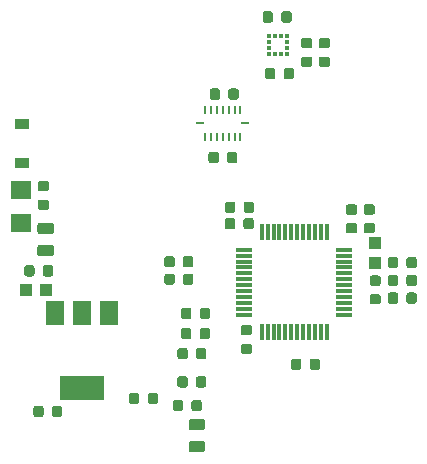
<source format=gbr>
%TF.GenerationSoftware,KiCad,Pcbnew,5.1.5+dfsg1-2build2*%
%TF.CreationDate,2021-10-16T11:12:39+01:00*%
%TF.ProjectId,bluePillG,626c7565-5069-46c6-9c47-2e6b69636164,rev?*%
%TF.SameCoordinates,Original*%
%TF.FileFunction,Paste,Top*%
%TF.FilePolarity,Positive*%
%FSLAX46Y46*%
G04 Gerber Fmt 4.6, Leading zero omitted, Abs format (unit mm)*
G04 Created by KiCad (PCBNEW 5.1.5+dfsg1-2build2) date 2021-10-16 11:12:39*
%MOMM*%
%LPD*%
G04 APERTURE LIST*
%ADD10R,1.200000X0.900000*%
%ADD11R,1.475000X0.300000*%
%ADD12R,0.300000X1.475000*%
%ADD13C,0.100000*%
%ADD14R,0.675000X0.250000*%
%ADD15R,0.250000X0.675000*%
%ADD16R,0.300000X0.350000*%
%ADD17R,0.350000X0.300000*%
%ADD18R,1.500000X2.000000*%
%ADD19R,3.800000X2.000000*%
%ADD20R,0.998220X1.099820*%
%ADD21R,1.099820X0.998220*%
%ADD22R,1.798320X1.597660*%
G04 APERTURE END LIST*
D10*
%TO.C,D1*%
X27700874Y-61050001D03*
X27700874Y-64350001D03*
%TD*%
D11*
%TO.C,IC1*%
X46512000Y-77212000D03*
X46512000Y-76712000D03*
X46512000Y-76212000D03*
X46512000Y-75712000D03*
X46512000Y-75212000D03*
X46512000Y-74712000D03*
X46512000Y-74212000D03*
X46512000Y-73712000D03*
X46512000Y-73212000D03*
X46512000Y-72712000D03*
X46512000Y-72212000D03*
X46512000Y-71712000D03*
D12*
X48000000Y-70224000D03*
X48500000Y-70224000D03*
X49000000Y-70224000D03*
X49500000Y-70224000D03*
X50000000Y-70224000D03*
X50500000Y-70224000D03*
X51000000Y-70224000D03*
X51500000Y-70224000D03*
X52000000Y-70224000D03*
X52500000Y-70224000D03*
X53000000Y-70224000D03*
X53500000Y-70224000D03*
D11*
X54988000Y-71712000D03*
X54988000Y-72212000D03*
X54988000Y-72712000D03*
X54988000Y-73212000D03*
X54988000Y-73712000D03*
X54988000Y-74212000D03*
X54988000Y-74712000D03*
X54988000Y-75212000D03*
X54988000Y-75712000D03*
X54988000Y-76212000D03*
X54988000Y-76712000D03*
X54988000Y-77212000D03*
D12*
X53500000Y-78700000D03*
X53000000Y-78700000D03*
X52500000Y-78700000D03*
X52000000Y-78700000D03*
X51500000Y-78700000D03*
X51000000Y-78700000D03*
X50500000Y-78700000D03*
X50000000Y-78700000D03*
X49500000Y-78700000D03*
X49000000Y-78700000D03*
X48500000Y-78700000D03*
X48000000Y-78700000D03*
%TD*%
D13*
%TO.C,R7*%
G36*
X42015191Y-73726053D02*
G01*
X42036426Y-73729203D01*
X42057250Y-73734419D01*
X42077462Y-73741651D01*
X42096868Y-73750830D01*
X42115281Y-73761866D01*
X42132524Y-73774654D01*
X42148430Y-73789070D01*
X42162846Y-73804976D01*
X42175634Y-73822219D01*
X42186670Y-73840632D01*
X42195849Y-73860038D01*
X42203081Y-73880250D01*
X42208297Y-73901074D01*
X42211447Y-73922309D01*
X42212500Y-73943750D01*
X42212500Y-74456250D01*
X42211447Y-74477691D01*
X42208297Y-74498926D01*
X42203081Y-74519750D01*
X42195849Y-74539962D01*
X42186670Y-74559368D01*
X42175634Y-74577781D01*
X42162846Y-74595024D01*
X42148430Y-74610930D01*
X42132524Y-74625346D01*
X42115281Y-74638134D01*
X42096868Y-74649170D01*
X42077462Y-74658349D01*
X42057250Y-74665581D01*
X42036426Y-74670797D01*
X42015191Y-74673947D01*
X41993750Y-74675000D01*
X41556250Y-74675000D01*
X41534809Y-74673947D01*
X41513574Y-74670797D01*
X41492750Y-74665581D01*
X41472538Y-74658349D01*
X41453132Y-74649170D01*
X41434719Y-74638134D01*
X41417476Y-74625346D01*
X41401570Y-74610930D01*
X41387154Y-74595024D01*
X41374366Y-74577781D01*
X41363330Y-74559368D01*
X41354151Y-74539962D01*
X41346919Y-74519750D01*
X41341703Y-74498926D01*
X41338553Y-74477691D01*
X41337500Y-74456250D01*
X41337500Y-73943750D01*
X41338553Y-73922309D01*
X41341703Y-73901074D01*
X41346919Y-73880250D01*
X41354151Y-73860038D01*
X41363330Y-73840632D01*
X41374366Y-73822219D01*
X41387154Y-73804976D01*
X41401570Y-73789070D01*
X41417476Y-73774654D01*
X41434719Y-73761866D01*
X41453132Y-73750830D01*
X41472538Y-73741651D01*
X41492750Y-73734419D01*
X41513574Y-73729203D01*
X41534809Y-73726053D01*
X41556250Y-73725000D01*
X41993750Y-73725000D01*
X42015191Y-73726053D01*
G37*
G36*
X40440191Y-73726053D02*
G01*
X40461426Y-73729203D01*
X40482250Y-73734419D01*
X40502462Y-73741651D01*
X40521868Y-73750830D01*
X40540281Y-73761866D01*
X40557524Y-73774654D01*
X40573430Y-73789070D01*
X40587846Y-73804976D01*
X40600634Y-73822219D01*
X40611670Y-73840632D01*
X40620849Y-73860038D01*
X40628081Y-73880250D01*
X40633297Y-73901074D01*
X40636447Y-73922309D01*
X40637500Y-73943750D01*
X40637500Y-74456250D01*
X40636447Y-74477691D01*
X40633297Y-74498926D01*
X40628081Y-74519750D01*
X40620849Y-74539962D01*
X40611670Y-74559368D01*
X40600634Y-74577781D01*
X40587846Y-74595024D01*
X40573430Y-74610930D01*
X40557524Y-74625346D01*
X40540281Y-74638134D01*
X40521868Y-74649170D01*
X40502462Y-74658349D01*
X40482250Y-74665581D01*
X40461426Y-74670797D01*
X40440191Y-74673947D01*
X40418750Y-74675000D01*
X39981250Y-74675000D01*
X39959809Y-74673947D01*
X39938574Y-74670797D01*
X39917750Y-74665581D01*
X39897538Y-74658349D01*
X39878132Y-74649170D01*
X39859719Y-74638134D01*
X39842476Y-74625346D01*
X39826570Y-74610930D01*
X39812154Y-74595024D01*
X39799366Y-74577781D01*
X39788330Y-74559368D01*
X39779151Y-74539962D01*
X39771919Y-74519750D01*
X39766703Y-74498926D01*
X39763553Y-74477691D01*
X39762500Y-74456250D01*
X39762500Y-73943750D01*
X39763553Y-73922309D01*
X39766703Y-73901074D01*
X39771919Y-73880250D01*
X39779151Y-73860038D01*
X39788330Y-73840632D01*
X39799366Y-73822219D01*
X39812154Y-73804976D01*
X39826570Y-73789070D01*
X39842476Y-73774654D01*
X39859719Y-73761866D01*
X39878132Y-73750830D01*
X39897538Y-73741651D01*
X39917750Y-73734419D01*
X39938574Y-73729203D01*
X39959809Y-73726053D01*
X39981250Y-73725000D01*
X40418750Y-73725000D01*
X40440191Y-73726053D01*
G37*
%TD*%
%TO.C,R6*%
G36*
X42002691Y-72251053D02*
G01*
X42023926Y-72254203D01*
X42044750Y-72259419D01*
X42064962Y-72266651D01*
X42084368Y-72275830D01*
X42102781Y-72286866D01*
X42120024Y-72299654D01*
X42135930Y-72314070D01*
X42150346Y-72329976D01*
X42163134Y-72347219D01*
X42174170Y-72365632D01*
X42183349Y-72385038D01*
X42190581Y-72405250D01*
X42195797Y-72426074D01*
X42198947Y-72447309D01*
X42200000Y-72468750D01*
X42200000Y-72981250D01*
X42198947Y-73002691D01*
X42195797Y-73023926D01*
X42190581Y-73044750D01*
X42183349Y-73064962D01*
X42174170Y-73084368D01*
X42163134Y-73102781D01*
X42150346Y-73120024D01*
X42135930Y-73135930D01*
X42120024Y-73150346D01*
X42102781Y-73163134D01*
X42084368Y-73174170D01*
X42064962Y-73183349D01*
X42044750Y-73190581D01*
X42023926Y-73195797D01*
X42002691Y-73198947D01*
X41981250Y-73200000D01*
X41543750Y-73200000D01*
X41522309Y-73198947D01*
X41501074Y-73195797D01*
X41480250Y-73190581D01*
X41460038Y-73183349D01*
X41440632Y-73174170D01*
X41422219Y-73163134D01*
X41404976Y-73150346D01*
X41389070Y-73135930D01*
X41374654Y-73120024D01*
X41361866Y-73102781D01*
X41350830Y-73084368D01*
X41341651Y-73064962D01*
X41334419Y-73044750D01*
X41329203Y-73023926D01*
X41326053Y-73002691D01*
X41325000Y-72981250D01*
X41325000Y-72468750D01*
X41326053Y-72447309D01*
X41329203Y-72426074D01*
X41334419Y-72405250D01*
X41341651Y-72385038D01*
X41350830Y-72365632D01*
X41361866Y-72347219D01*
X41374654Y-72329976D01*
X41389070Y-72314070D01*
X41404976Y-72299654D01*
X41422219Y-72286866D01*
X41440632Y-72275830D01*
X41460038Y-72266651D01*
X41480250Y-72259419D01*
X41501074Y-72254203D01*
X41522309Y-72251053D01*
X41543750Y-72250000D01*
X41981250Y-72250000D01*
X42002691Y-72251053D01*
G37*
G36*
X40427691Y-72251053D02*
G01*
X40448926Y-72254203D01*
X40469750Y-72259419D01*
X40489962Y-72266651D01*
X40509368Y-72275830D01*
X40527781Y-72286866D01*
X40545024Y-72299654D01*
X40560930Y-72314070D01*
X40575346Y-72329976D01*
X40588134Y-72347219D01*
X40599170Y-72365632D01*
X40608349Y-72385038D01*
X40615581Y-72405250D01*
X40620797Y-72426074D01*
X40623947Y-72447309D01*
X40625000Y-72468750D01*
X40625000Y-72981250D01*
X40623947Y-73002691D01*
X40620797Y-73023926D01*
X40615581Y-73044750D01*
X40608349Y-73064962D01*
X40599170Y-73084368D01*
X40588134Y-73102781D01*
X40575346Y-73120024D01*
X40560930Y-73135930D01*
X40545024Y-73150346D01*
X40527781Y-73163134D01*
X40509368Y-73174170D01*
X40489962Y-73183349D01*
X40469750Y-73190581D01*
X40448926Y-73195797D01*
X40427691Y-73198947D01*
X40406250Y-73200000D01*
X39968750Y-73200000D01*
X39947309Y-73198947D01*
X39926074Y-73195797D01*
X39905250Y-73190581D01*
X39885038Y-73183349D01*
X39865632Y-73174170D01*
X39847219Y-73163134D01*
X39829976Y-73150346D01*
X39814070Y-73135930D01*
X39799654Y-73120024D01*
X39786866Y-73102781D01*
X39775830Y-73084368D01*
X39766651Y-73064962D01*
X39759419Y-73044750D01*
X39754203Y-73023926D01*
X39751053Y-73002691D01*
X39750000Y-72981250D01*
X39750000Y-72468750D01*
X39751053Y-72447309D01*
X39754203Y-72426074D01*
X39759419Y-72405250D01*
X39766651Y-72385038D01*
X39775830Y-72365632D01*
X39786866Y-72347219D01*
X39799654Y-72329976D01*
X39814070Y-72314070D01*
X39829976Y-72299654D01*
X39847219Y-72286866D01*
X39865632Y-72275830D01*
X39885038Y-72266651D01*
X39905250Y-72259419D01*
X39926074Y-72254203D01*
X39947309Y-72251053D01*
X39968750Y-72250000D01*
X40406250Y-72250000D01*
X40427691Y-72251053D01*
G37*
%TD*%
D14*
%TO.C,IC3*%
X42785000Y-61000000D03*
D15*
X43200000Y-62165000D03*
X43700000Y-62165000D03*
X44200000Y-62165000D03*
X44700000Y-62165000D03*
X45200000Y-62165000D03*
X45700000Y-62165000D03*
X46200000Y-62165000D03*
D14*
X46615000Y-61000000D03*
D15*
X46200000Y-59835000D03*
X45700000Y-59835000D03*
X45200000Y-59835000D03*
X44700000Y-59835000D03*
X44200000Y-59835000D03*
X43700000Y-59835000D03*
X43200000Y-59835000D03*
%TD*%
D16*
%TO.C,IC2*%
X49150000Y-53650000D03*
X49650000Y-53650000D03*
D17*
X50150000Y-53650000D03*
X50150000Y-54150000D03*
X50150000Y-54650000D03*
X50150000Y-55150000D03*
D16*
X49650000Y-55150000D03*
X49150000Y-55150000D03*
D17*
X48650000Y-55150000D03*
X48650000Y-54650000D03*
X48650000Y-54150000D03*
X48650000Y-53650000D03*
%TD*%
D13*
%TO.C,C25*%
G36*
X53577691Y-55351053D02*
G01*
X53598926Y-55354203D01*
X53619750Y-55359419D01*
X53639962Y-55366651D01*
X53659368Y-55375830D01*
X53677781Y-55386866D01*
X53695024Y-55399654D01*
X53710930Y-55414070D01*
X53725346Y-55429976D01*
X53738134Y-55447219D01*
X53749170Y-55465632D01*
X53758349Y-55485038D01*
X53765581Y-55505250D01*
X53770797Y-55526074D01*
X53773947Y-55547309D01*
X53775000Y-55568750D01*
X53775000Y-56006250D01*
X53773947Y-56027691D01*
X53770797Y-56048926D01*
X53765581Y-56069750D01*
X53758349Y-56089962D01*
X53749170Y-56109368D01*
X53738134Y-56127781D01*
X53725346Y-56145024D01*
X53710930Y-56160930D01*
X53695024Y-56175346D01*
X53677781Y-56188134D01*
X53659368Y-56199170D01*
X53639962Y-56208349D01*
X53619750Y-56215581D01*
X53598926Y-56220797D01*
X53577691Y-56223947D01*
X53556250Y-56225000D01*
X53043750Y-56225000D01*
X53022309Y-56223947D01*
X53001074Y-56220797D01*
X52980250Y-56215581D01*
X52960038Y-56208349D01*
X52940632Y-56199170D01*
X52922219Y-56188134D01*
X52904976Y-56175346D01*
X52889070Y-56160930D01*
X52874654Y-56145024D01*
X52861866Y-56127781D01*
X52850830Y-56109368D01*
X52841651Y-56089962D01*
X52834419Y-56069750D01*
X52829203Y-56048926D01*
X52826053Y-56027691D01*
X52825000Y-56006250D01*
X52825000Y-55568750D01*
X52826053Y-55547309D01*
X52829203Y-55526074D01*
X52834419Y-55505250D01*
X52841651Y-55485038D01*
X52850830Y-55465632D01*
X52861866Y-55447219D01*
X52874654Y-55429976D01*
X52889070Y-55414070D01*
X52904976Y-55399654D01*
X52922219Y-55386866D01*
X52940632Y-55375830D01*
X52960038Y-55366651D01*
X52980250Y-55359419D01*
X53001074Y-55354203D01*
X53022309Y-55351053D01*
X53043750Y-55350000D01*
X53556250Y-55350000D01*
X53577691Y-55351053D01*
G37*
G36*
X53577691Y-53776053D02*
G01*
X53598926Y-53779203D01*
X53619750Y-53784419D01*
X53639962Y-53791651D01*
X53659368Y-53800830D01*
X53677781Y-53811866D01*
X53695024Y-53824654D01*
X53710930Y-53839070D01*
X53725346Y-53854976D01*
X53738134Y-53872219D01*
X53749170Y-53890632D01*
X53758349Y-53910038D01*
X53765581Y-53930250D01*
X53770797Y-53951074D01*
X53773947Y-53972309D01*
X53775000Y-53993750D01*
X53775000Y-54431250D01*
X53773947Y-54452691D01*
X53770797Y-54473926D01*
X53765581Y-54494750D01*
X53758349Y-54514962D01*
X53749170Y-54534368D01*
X53738134Y-54552781D01*
X53725346Y-54570024D01*
X53710930Y-54585930D01*
X53695024Y-54600346D01*
X53677781Y-54613134D01*
X53659368Y-54624170D01*
X53639962Y-54633349D01*
X53619750Y-54640581D01*
X53598926Y-54645797D01*
X53577691Y-54648947D01*
X53556250Y-54650000D01*
X53043750Y-54650000D01*
X53022309Y-54648947D01*
X53001074Y-54645797D01*
X52980250Y-54640581D01*
X52960038Y-54633349D01*
X52940632Y-54624170D01*
X52922219Y-54613134D01*
X52904976Y-54600346D01*
X52889070Y-54585930D01*
X52874654Y-54570024D01*
X52861866Y-54552781D01*
X52850830Y-54534368D01*
X52841651Y-54514962D01*
X52834419Y-54494750D01*
X52829203Y-54473926D01*
X52826053Y-54452691D01*
X52825000Y-54431250D01*
X52825000Y-53993750D01*
X52826053Y-53972309D01*
X52829203Y-53951074D01*
X52834419Y-53930250D01*
X52841651Y-53910038D01*
X52850830Y-53890632D01*
X52861866Y-53872219D01*
X52874654Y-53854976D01*
X52889070Y-53839070D01*
X52904976Y-53824654D01*
X52922219Y-53811866D01*
X52940632Y-53800830D01*
X52960038Y-53791651D01*
X52980250Y-53784419D01*
X53001074Y-53779203D01*
X53022309Y-53776053D01*
X53043750Y-53775000D01*
X53556250Y-53775000D01*
X53577691Y-53776053D01*
G37*
%TD*%
%TO.C,C24*%
G36*
X52077691Y-55351053D02*
G01*
X52098926Y-55354203D01*
X52119750Y-55359419D01*
X52139962Y-55366651D01*
X52159368Y-55375830D01*
X52177781Y-55386866D01*
X52195024Y-55399654D01*
X52210930Y-55414070D01*
X52225346Y-55429976D01*
X52238134Y-55447219D01*
X52249170Y-55465632D01*
X52258349Y-55485038D01*
X52265581Y-55505250D01*
X52270797Y-55526074D01*
X52273947Y-55547309D01*
X52275000Y-55568750D01*
X52275000Y-56006250D01*
X52273947Y-56027691D01*
X52270797Y-56048926D01*
X52265581Y-56069750D01*
X52258349Y-56089962D01*
X52249170Y-56109368D01*
X52238134Y-56127781D01*
X52225346Y-56145024D01*
X52210930Y-56160930D01*
X52195024Y-56175346D01*
X52177781Y-56188134D01*
X52159368Y-56199170D01*
X52139962Y-56208349D01*
X52119750Y-56215581D01*
X52098926Y-56220797D01*
X52077691Y-56223947D01*
X52056250Y-56225000D01*
X51543750Y-56225000D01*
X51522309Y-56223947D01*
X51501074Y-56220797D01*
X51480250Y-56215581D01*
X51460038Y-56208349D01*
X51440632Y-56199170D01*
X51422219Y-56188134D01*
X51404976Y-56175346D01*
X51389070Y-56160930D01*
X51374654Y-56145024D01*
X51361866Y-56127781D01*
X51350830Y-56109368D01*
X51341651Y-56089962D01*
X51334419Y-56069750D01*
X51329203Y-56048926D01*
X51326053Y-56027691D01*
X51325000Y-56006250D01*
X51325000Y-55568750D01*
X51326053Y-55547309D01*
X51329203Y-55526074D01*
X51334419Y-55505250D01*
X51341651Y-55485038D01*
X51350830Y-55465632D01*
X51361866Y-55447219D01*
X51374654Y-55429976D01*
X51389070Y-55414070D01*
X51404976Y-55399654D01*
X51422219Y-55386866D01*
X51440632Y-55375830D01*
X51460038Y-55366651D01*
X51480250Y-55359419D01*
X51501074Y-55354203D01*
X51522309Y-55351053D01*
X51543750Y-55350000D01*
X52056250Y-55350000D01*
X52077691Y-55351053D01*
G37*
G36*
X52077691Y-53776053D02*
G01*
X52098926Y-53779203D01*
X52119750Y-53784419D01*
X52139962Y-53791651D01*
X52159368Y-53800830D01*
X52177781Y-53811866D01*
X52195024Y-53824654D01*
X52210930Y-53839070D01*
X52225346Y-53854976D01*
X52238134Y-53872219D01*
X52249170Y-53890632D01*
X52258349Y-53910038D01*
X52265581Y-53930250D01*
X52270797Y-53951074D01*
X52273947Y-53972309D01*
X52275000Y-53993750D01*
X52275000Y-54431250D01*
X52273947Y-54452691D01*
X52270797Y-54473926D01*
X52265581Y-54494750D01*
X52258349Y-54514962D01*
X52249170Y-54534368D01*
X52238134Y-54552781D01*
X52225346Y-54570024D01*
X52210930Y-54585930D01*
X52195024Y-54600346D01*
X52177781Y-54613134D01*
X52159368Y-54624170D01*
X52139962Y-54633349D01*
X52119750Y-54640581D01*
X52098926Y-54645797D01*
X52077691Y-54648947D01*
X52056250Y-54650000D01*
X51543750Y-54650000D01*
X51522309Y-54648947D01*
X51501074Y-54645797D01*
X51480250Y-54640581D01*
X51460038Y-54633349D01*
X51440632Y-54624170D01*
X51422219Y-54613134D01*
X51404976Y-54600346D01*
X51389070Y-54585930D01*
X51374654Y-54570024D01*
X51361866Y-54552781D01*
X51350830Y-54534368D01*
X51341651Y-54514962D01*
X51334419Y-54494750D01*
X51329203Y-54473926D01*
X51326053Y-54452691D01*
X51325000Y-54431250D01*
X51325000Y-53993750D01*
X51326053Y-53972309D01*
X51329203Y-53951074D01*
X51334419Y-53930250D01*
X51341651Y-53910038D01*
X51350830Y-53890632D01*
X51361866Y-53872219D01*
X51374654Y-53854976D01*
X51389070Y-53839070D01*
X51404976Y-53824654D01*
X51422219Y-53811866D01*
X51440632Y-53800830D01*
X51460038Y-53791651D01*
X51480250Y-53784419D01*
X51501074Y-53779203D01*
X51522309Y-53776053D01*
X51543750Y-53775000D01*
X52056250Y-53775000D01*
X52077691Y-53776053D01*
G37*
%TD*%
%TO.C,C23*%
G36*
X48752691Y-51526053D02*
G01*
X48773926Y-51529203D01*
X48794750Y-51534419D01*
X48814962Y-51541651D01*
X48834368Y-51550830D01*
X48852781Y-51561866D01*
X48870024Y-51574654D01*
X48885930Y-51589070D01*
X48900346Y-51604976D01*
X48913134Y-51622219D01*
X48924170Y-51640632D01*
X48933349Y-51660038D01*
X48940581Y-51680250D01*
X48945797Y-51701074D01*
X48948947Y-51722309D01*
X48950000Y-51743750D01*
X48950000Y-52256250D01*
X48948947Y-52277691D01*
X48945797Y-52298926D01*
X48940581Y-52319750D01*
X48933349Y-52339962D01*
X48924170Y-52359368D01*
X48913134Y-52377781D01*
X48900346Y-52395024D01*
X48885930Y-52410930D01*
X48870024Y-52425346D01*
X48852781Y-52438134D01*
X48834368Y-52449170D01*
X48814962Y-52458349D01*
X48794750Y-52465581D01*
X48773926Y-52470797D01*
X48752691Y-52473947D01*
X48731250Y-52475000D01*
X48293750Y-52475000D01*
X48272309Y-52473947D01*
X48251074Y-52470797D01*
X48230250Y-52465581D01*
X48210038Y-52458349D01*
X48190632Y-52449170D01*
X48172219Y-52438134D01*
X48154976Y-52425346D01*
X48139070Y-52410930D01*
X48124654Y-52395024D01*
X48111866Y-52377781D01*
X48100830Y-52359368D01*
X48091651Y-52339962D01*
X48084419Y-52319750D01*
X48079203Y-52298926D01*
X48076053Y-52277691D01*
X48075000Y-52256250D01*
X48075000Y-51743750D01*
X48076053Y-51722309D01*
X48079203Y-51701074D01*
X48084419Y-51680250D01*
X48091651Y-51660038D01*
X48100830Y-51640632D01*
X48111866Y-51622219D01*
X48124654Y-51604976D01*
X48139070Y-51589070D01*
X48154976Y-51574654D01*
X48172219Y-51561866D01*
X48190632Y-51550830D01*
X48210038Y-51541651D01*
X48230250Y-51534419D01*
X48251074Y-51529203D01*
X48272309Y-51526053D01*
X48293750Y-51525000D01*
X48731250Y-51525000D01*
X48752691Y-51526053D01*
G37*
G36*
X50327691Y-51526053D02*
G01*
X50348926Y-51529203D01*
X50369750Y-51534419D01*
X50389962Y-51541651D01*
X50409368Y-51550830D01*
X50427781Y-51561866D01*
X50445024Y-51574654D01*
X50460930Y-51589070D01*
X50475346Y-51604976D01*
X50488134Y-51622219D01*
X50499170Y-51640632D01*
X50508349Y-51660038D01*
X50515581Y-51680250D01*
X50520797Y-51701074D01*
X50523947Y-51722309D01*
X50525000Y-51743750D01*
X50525000Y-52256250D01*
X50523947Y-52277691D01*
X50520797Y-52298926D01*
X50515581Y-52319750D01*
X50508349Y-52339962D01*
X50499170Y-52359368D01*
X50488134Y-52377781D01*
X50475346Y-52395024D01*
X50460930Y-52410930D01*
X50445024Y-52425346D01*
X50427781Y-52438134D01*
X50409368Y-52449170D01*
X50389962Y-52458349D01*
X50369750Y-52465581D01*
X50348926Y-52470797D01*
X50327691Y-52473947D01*
X50306250Y-52475000D01*
X49868750Y-52475000D01*
X49847309Y-52473947D01*
X49826074Y-52470797D01*
X49805250Y-52465581D01*
X49785038Y-52458349D01*
X49765632Y-52449170D01*
X49747219Y-52438134D01*
X49729976Y-52425346D01*
X49714070Y-52410930D01*
X49699654Y-52395024D01*
X49686866Y-52377781D01*
X49675830Y-52359368D01*
X49666651Y-52339962D01*
X49659419Y-52319750D01*
X49654203Y-52298926D01*
X49651053Y-52277691D01*
X49650000Y-52256250D01*
X49650000Y-51743750D01*
X49651053Y-51722309D01*
X49654203Y-51701074D01*
X49659419Y-51680250D01*
X49666651Y-51660038D01*
X49675830Y-51640632D01*
X49686866Y-51622219D01*
X49699654Y-51604976D01*
X49714070Y-51589070D01*
X49729976Y-51574654D01*
X49747219Y-51561866D01*
X49765632Y-51550830D01*
X49785038Y-51541651D01*
X49805250Y-51534419D01*
X49826074Y-51529203D01*
X49847309Y-51526053D01*
X49868750Y-51525000D01*
X50306250Y-51525000D01*
X50327691Y-51526053D01*
G37*
%TD*%
%TO.C,C22*%
G36*
X44165191Y-63426053D02*
G01*
X44186426Y-63429203D01*
X44207250Y-63434419D01*
X44227462Y-63441651D01*
X44246868Y-63450830D01*
X44265281Y-63461866D01*
X44282524Y-63474654D01*
X44298430Y-63489070D01*
X44312846Y-63504976D01*
X44325634Y-63522219D01*
X44336670Y-63540632D01*
X44345849Y-63560038D01*
X44353081Y-63580250D01*
X44358297Y-63601074D01*
X44361447Y-63622309D01*
X44362500Y-63643750D01*
X44362500Y-64156250D01*
X44361447Y-64177691D01*
X44358297Y-64198926D01*
X44353081Y-64219750D01*
X44345849Y-64239962D01*
X44336670Y-64259368D01*
X44325634Y-64277781D01*
X44312846Y-64295024D01*
X44298430Y-64310930D01*
X44282524Y-64325346D01*
X44265281Y-64338134D01*
X44246868Y-64349170D01*
X44227462Y-64358349D01*
X44207250Y-64365581D01*
X44186426Y-64370797D01*
X44165191Y-64373947D01*
X44143750Y-64375000D01*
X43706250Y-64375000D01*
X43684809Y-64373947D01*
X43663574Y-64370797D01*
X43642750Y-64365581D01*
X43622538Y-64358349D01*
X43603132Y-64349170D01*
X43584719Y-64338134D01*
X43567476Y-64325346D01*
X43551570Y-64310930D01*
X43537154Y-64295024D01*
X43524366Y-64277781D01*
X43513330Y-64259368D01*
X43504151Y-64239962D01*
X43496919Y-64219750D01*
X43491703Y-64198926D01*
X43488553Y-64177691D01*
X43487500Y-64156250D01*
X43487500Y-63643750D01*
X43488553Y-63622309D01*
X43491703Y-63601074D01*
X43496919Y-63580250D01*
X43504151Y-63560038D01*
X43513330Y-63540632D01*
X43524366Y-63522219D01*
X43537154Y-63504976D01*
X43551570Y-63489070D01*
X43567476Y-63474654D01*
X43584719Y-63461866D01*
X43603132Y-63450830D01*
X43622538Y-63441651D01*
X43642750Y-63434419D01*
X43663574Y-63429203D01*
X43684809Y-63426053D01*
X43706250Y-63425000D01*
X44143750Y-63425000D01*
X44165191Y-63426053D01*
G37*
G36*
X45740191Y-63426053D02*
G01*
X45761426Y-63429203D01*
X45782250Y-63434419D01*
X45802462Y-63441651D01*
X45821868Y-63450830D01*
X45840281Y-63461866D01*
X45857524Y-63474654D01*
X45873430Y-63489070D01*
X45887846Y-63504976D01*
X45900634Y-63522219D01*
X45911670Y-63540632D01*
X45920849Y-63560038D01*
X45928081Y-63580250D01*
X45933297Y-63601074D01*
X45936447Y-63622309D01*
X45937500Y-63643750D01*
X45937500Y-64156250D01*
X45936447Y-64177691D01*
X45933297Y-64198926D01*
X45928081Y-64219750D01*
X45920849Y-64239962D01*
X45911670Y-64259368D01*
X45900634Y-64277781D01*
X45887846Y-64295024D01*
X45873430Y-64310930D01*
X45857524Y-64325346D01*
X45840281Y-64338134D01*
X45821868Y-64349170D01*
X45802462Y-64358349D01*
X45782250Y-64365581D01*
X45761426Y-64370797D01*
X45740191Y-64373947D01*
X45718750Y-64375000D01*
X45281250Y-64375000D01*
X45259809Y-64373947D01*
X45238574Y-64370797D01*
X45217750Y-64365581D01*
X45197538Y-64358349D01*
X45178132Y-64349170D01*
X45159719Y-64338134D01*
X45142476Y-64325346D01*
X45126570Y-64310930D01*
X45112154Y-64295024D01*
X45099366Y-64277781D01*
X45088330Y-64259368D01*
X45079151Y-64239962D01*
X45071919Y-64219750D01*
X45066703Y-64198926D01*
X45063553Y-64177691D01*
X45062500Y-64156250D01*
X45062500Y-63643750D01*
X45063553Y-63622309D01*
X45066703Y-63601074D01*
X45071919Y-63580250D01*
X45079151Y-63560038D01*
X45088330Y-63540632D01*
X45099366Y-63522219D01*
X45112154Y-63504976D01*
X45126570Y-63489070D01*
X45142476Y-63474654D01*
X45159719Y-63461866D01*
X45178132Y-63450830D01*
X45197538Y-63441651D01*
X45217750Y-63434419D01*
X45238574Y-63429203D01*
X45259809Y-63426053D01*
X45281250Y-63425000D01*
X45718750Y-63425000D01*
X45740191Y-63426053D01*
G37*
%TD*%
%TO.C,C21*%
G36*
X45847691Y-58056053D02*
G01*
X45868926Y-58059203D01*
X45889750Y-58064419D01*
X45909962Y-58071651D01*
X45929368Y-58080830D01*
X45947781Y-58091866D01*
X45965024Y-58104654D01*
X45980930Y-58119070D01*
X45995346Y-58134976D01*
X46008134Y-58152219D01*
X46019170Y-58170632D01*
X46028349Y-58190038D01*
X46035581Y-58210250D01*
X46040797Y-58231074D01*
X46043947Y-58252309D01*
X46045000Y-58273750D01*
X46045000Y-58786250D01*
X46043947Y-58807691D01*
X46040797Y-58828926D01*
X46035581Y-58849750D01*
X46028349Y-58869962D01*
X46019170Y-58889368D01*
X46008134Y-58907781D01*
X45995346Y-58925024D01*
X45980930Y-58940930D01*
X45965024Y-58955346D01*
X45947781Y-58968134D01*
X45929368Y-58979170D01*
X45909962Y-58988349D01*
X45889750Y-58995581D01*
X45868926Y-59000797D01*
X45847691Y-59003947D01*
X45826250Y-59005000D01*
X45388750Y-59005000D01*
X45367309Y-59003947D01*
X45346074Y-59000797D01*
X45325250Y-58995581D01*
X45305038Y-58988349D01*
X45285632Y-58979170D01*
X45267219Y-58968134D01*
X45249976Y-58955346D01*
X45234070Y-58940930D01*
X45219654Y-58925024D01*
X45206866Y-58907781D01*
X45195830Y-58889368D01*
X45186651Y-58869962D01*
X45179419Y-58849750D01*
X45174203Y-58828926D01*
X45171053Y-58807691D01*
X45170000Y-58786250D01*
X45170000Y-58273750D01*
X45171053Y-58252309D01*
X45174203Y-58231074D01*
X45179419Y-58210250D01*
X45186651Y-58190038D01*
X45195830Y-58170632D01*
X45206866Y-58152219D01*
X45219654Y-58134976D01*
X45234070Y-58119070D01*
X45249976Y-58104654D01*
X45267219Y-58091866D01*
X45285632Y-58080830D01*
X45305038Y-58071651D01*
X45325250Y-58064419D01*
X45346074Y-58059203D01*
X45367309Y-58056053D01*
X45388750Y-58055000D01*
X45826250Y-58055000D01*
X45847691Y-58056053D01*
G37*
G36*
X44272691Y-58056053D02*
G01*
X44293926Y-58059203D01*
X44314750Y-58064419D01*
X44334962Y-58071651D01*
X44354368Y-58080830D01*
X44372781Y-58091866D01*
X44390024Y-58104654D01*
X44405930Y-58119070D01*
X44420346Y-58134976D01*
X44433134Y-58152219D01*
X44444170Y-58170632D01*
X44453349Y-58190038D01*
X44460581Y-58210250D01*
X44465797Y-58231074D01*
X44468947Y-58252309D01*
X44470000Y-58273750D01*
X44470000Y-58786250D01*
X44468947Y-58807691D01*
X44465797Y-58828926D01*
X44460581Y-58849750D01*
X44453349Y-58869962D01*
X44444170Y-58889368D01*
X44433134Y-58907781D01*
X44420346Y-58925024D01*
X44405930Y-58940930D01*
X44390024Y-58955346D01*
X44372781Y-58968134D01*
X44354368Y-58979170D01*
X44334962Y-58988349D01*
X44314750Y-58995581D01*
X44293926Y-59000797D01*
X44272691Y-59003947D01*
X44251250Y-59005000D01*
X43813750Y-59005000D01*
X43792309Y-59003947D01*
X43771074Y-59000797D01*
X43750250Y-58995581D01*
X43730038Y-58988349D01*
X43710632Y-58979170D01*
X43692219Y-58968134D01*
X43674976Y-58955346D01*
X43659070Y-58940930D01*
X43644654Y-58925024D01*
X43631866Y-58907781D01*
X43620830Y-58889368D01*
X43611651Y-58869962D01*
X43604419Y-58849750D01*
X43599203Y-58828926D01*
X43596053Y-58807691D01*
X43595000Y-58786250D01*
X43595000Y-58273750D01*
X43596053Y-58252309D01*
X43599203Y-58231074D01*
X43604419Y-58210250D01*
X43611651Y-58190038D01*
X43620830Y-58170632D01*
X43631866Y-58152219D01*
X43644654Y-58134976D01*
X43659070Y-58119070D01*
X43674976Y-58104654D01*
X43692219Y-58091866D01*
X43710632Y-58080830D01*
X43730038Y-58071651D01*
X43750250Y-58064419D01*
X43771074Y-58059203D01*
X43792309Y-58056053D01*
X43813750Y-58055000D01*
X44251250Y-58055000D01*
X44272691Y-58056053D01*
G37*
%TD*%
%TO.C,C20*%
G36*
X50527691Y-56326053D02*
G01*
X50548926Y-56329203D01*
X50569750Y-56334419D01*
X50589962Y-56341651D01*
X50609368Y-56350830D01*
X50627781Y-56361866D01*
X50645024Y-56374654D01*
X50660930Y-56389070D01*
X50675346Y-56404976D01*
X50688134Y-56422219D01*
X50699170Y-56440632D01*
X50708349Y-56460038D01*
X50715581Y-56480250D01*
X50720797Y-56501074D01*
X50723947Y-56522309D01*
X50725000Y-56543750D01*
X50725000Y-57056250D01*
X50723947Y-57077691D01*
X50720797Y-57098926D01*
X50715581Y-57119750D01*
X50708349Y-57139962D01*
X50699170Y-57159368D01*
X50688134Y-57177781D01*
X50675346Y-57195024D01*
X50660930Y-57210930D01*
X50645024Y-57225346D01*
X50627781Y-57238134D01*
X50609368Y-57249170D01*
X50589962Y-57258349D01*
X50569750Y-57265581D01*
X50548926Y-57270797D01*
X50527691Y-57273947D01*
X50506250Y-57275000D01*
X50068750Y-57275000D01*
X50047309Y-57273947D01*
X50026074Y-57270797D01*
X50005250Y-57265581D01*
X49985038Y-57258349D01*
X49965632Y-57249170D01*
X49947219Y-57238134D01*
X49929976Y-57225346D01*
X49914070Y-57210930D01*
X49899654Y-57195024D01*
X49886866Y-57177781D01*
X49875830Y-57159368D01*
X49866651Y-57139962D01*
X49859419Y-57119750D01*
X49854203Y-57098926D01*
X49851053Y-57077691D01*
X49850000Y-57056250D01*
X49850000Y-56543750D01*
X49851053Y-56522309D01*
X49854203Y-56501074D01*
X49859419Y-56480250D01*
X49866651Y-56460038D01*
X49875830Y-56440632D01*
X49886866Y-56422219D01*
X49899654Y-56404976D01*
X49914070Y-56389070D01*
X49929976Y-56374654D01*
X49947219Y-56361866D01*
X49965632Y-56350830D01*
X49985038Y-56341651D01*
X50005250Y-56334419D01*
X50026074Y-56329203D01*
X50047309Y-56326053D01*
X50068750Y-56325000D01*
X50506250Y-56325000D01*
X50527691Y-56326053D01*
G37*
G36*
X48952691Y-56326053D02*
G01*
X48973926Y-56329203D01*
X48994750Y-56334419D01*
X49014962Y-56341651D01*
X49034368Y-56350830D01*
X49052781Y-56361866D01*
X49070024Y-56374654D01*
X49085930Y-56389070D01*
X49100346Y-56404976D01*
X49113134Y-56422219D01*
X49124170Y-56440632D01*
X49133349Y-56460038D01*
X49140581Y-56480250D01*
X49145797Y-56501074D01*
X49148947Y-56522309D01*
X49150000Y-56543750D01*
X49150000Y-57056250D01*
X49148947Y-57077691D01*
X49145797Y-57098926D01*
X49140581Y-57119750D01*
X49133349Y-57139962D01*
X49124170Y-57159368D01*
X49113134Y-57177781D01*
X49100346Y-57195024D01*
X49085930Y-57210930D01*
X49070024Y-57225346D01*
X49052781Y-57238134D01*
X49034368Y-57249170D01*
X49014962Y-57258349D01*
X48994750Y-57265581D01*
X48973926Y-57270797D01*
X48952691Y-57273947D01*
X48931250Y-57275000D01*
X48493750Y-57275000D01*
X48472309Y-57273947D01*
X48451074Y-57270797D01*
X48430250Y-57265581D01*
X48410038Y-57258349D01*
X48390632Y-57249170D01*
X48372219Y-57238134D01*
X48354976Y-57225346D01*
X48339070Y-57210930D01*
X48324654Y-57195024D01*
X48311866Y-57177781D01*
X48300830Y-57159368D01*
X48291651Y-57139962D01*
X48284419Y-57119750D01*
X48279203Y-57098926D01*
X48276053Y-57077691D01*
X48275000Y-57056250D01*
X48275000Y-56543750D01*
X48276053Y-56522309D01*
X48279203Y-56501074D01*
X48284419Y-56480250D01*
X48291651Y-56460038D01*
X48300830Y-56440632D01*
X48311866Y-56422219D01*
X48324654Y-56404976D01*
X48339070Y-56389070D01*
X48354976Y-56374654D01*
X48372219Y-56361866D01*
X48390632Y-56350830D01*
X48410038Y-56341651D01*
X48430250Y-56334419D01*
X48451074Y-56329203D01*
X48472309Y-56326053D01*
X48493750Y-56325000D01*
X48931250Y-56325000D01*
X48952691Y-56326053D01*
G37*
%TD*%
%TO.C,C2*%
G36*
X57878565Y-75463553D02*
G01*
X57899800Y-75466703D01*
X57920624Y-75471919D01*
X57940836Y-75479151D01*
X57960242Y-75488330D01*
X57978655Y-75499366D01*
X57995898Y-75512154D01*
X58011804Y-75526570D01*
X58026220Y-75542476D01*
X58039008Y-75559719D01*
X58050044Y-75578132D01*
X58059223Y-75597538D01*
X58066455Y-75617750D01*
X58071671Y-75638574D01*
X58074821Y-75659809D01*
X58075874Y-75681250D01*
X58075874Y-76118750D01*
X58074821Y-76140191D01*
X58071671Y-76161426D01*
X58066455Y-76182250D01*
X58059223Y-76202462D01*
X58050044Y-76221868D01*
X58039008Y-76240281D01*
X58026220Y-76257524D01*
X58011804Y-76273430D01*
X57995898Y-76287846D01*
X57978655Y-76300634D01*
X57960242Y-76311670D01*
X57940836Y-76320849D01*
X57920624Y-76328081D01*
X57899800Y-76333297D01*
X57878565Y-76336447D01*
X57857124Y-76337500D01*
X57344624Y-76337500D01*
X57323183Y-76336447D01*
X57301948Y-76333297D01*
X57281124Y-76328081D01*
X57260912Y-76320849D01*
X57241506Y-76311670D01*
X57223093Y-76300634D01*
X57205850Y-76287846D01*
X57189944Y-76273430D01*
X57175528Y-76257524D01*
X57162740Y-76240281D01*
X57151704Y-76221868D01*
X57142525Y-76202462D01*
X57135293Y-76182250D01*
X57130077Y-76161426D01*
X57126927Y-76140191D01*
X57125874Y-76118750D01*
X57125874Y-75681250D01*
X57126927Y-75659809D01*
X57130077Y-75638574D01*
X57135293Y-75617750D01*
X57142525Y-75597538D01*
X57151704Y-75578132D01*
X57162740Y-75559719D01*
X57175528Y-75542476D01*
X57189944Y-75526570D01*
X57205850Y-75512154D01*
X57223093Y-75499366D01*
X57241506Y-75488330D01*
X57260912Y-75479151D01*
X57281124Y-75471919D01*
X57301948Y-75466703D01*
X57323183Y-75463553D01*
X57344624Y-75462500D01*
X57857124Y-75462500D01*
X57878565Y-75463553D01*
G37*
G36*
X57878565Y-73888553D02*
G01*
X57899800Y-73891703D01*
X57920624Y-73896919D01*
X57940836Y-73904151D01*
X57960242Y-73913330D01*
X57978655Y-73924366D01*
X57995898Y-73937154D01*
X58011804Y-73951570D01*
X58026220Y-73967476D01*
X58039008Y-73984719D01*
X58050044Y-74003132D01*
X58059223Y-74022538D01*
X58066455Y-74042750D01*
X58071671Y-74063574D01*
X58074821Y-74084809D01*
X58075874Y-74106250D01*
X58075874Y-74543750D01*
X58074821Y-74565191D01*
X58071671Y-74586426D01*
X58066455Y-74607250D01*
X58059223Y-74627462D01*
X58050044Y-74646868D01*
X58039008Y-74665281D01*
X58026220Y-74682524D01*
X58011804Y-74698430D01*
X57995898Y-74712846D01*
X57978655Y-74725634D01*
X57960242Y-74736670D01*
X57940836Y-74745849D01*
X57920624Y-74753081D01*
X57899800Y-74758297D01*
X57878565Y-74761447D01*
X57857124Y-74762500D01*
X57344624Y-74762500D01*
X57323183Y-74761447D01*
X57301948Y-74758297D01*
X57281124Y-74753081D01*
X57260912Y-74745849D01*
X57241506Y-74736670D01*
X57223093Y-74725634D01*
X57205850Y-74712846D01*
X57189944Y-74698430D01*
X57175528Y-74682524D01*
X57162740Y-74665281D01*
X57151704Y-74646868D01*
X57142525Y-74627462D01*
X57135293Y-74607250D01*
X57130077Y-74586426D01*
X57126927Y-74565191D01*
X57125874Y-74543750D01*
X57125874Y-74106250D01*
X57126927Y-74084809D01*
X57130077Y-74063574D01*
X57135293Y-74042750D01*
X57142525Y-74022538D01*
X57151704Y-74003132D01*
X57162740Y-73984719D01*
X57175528Y-73967476D01*
X57189944Y-73951570D01*
X57205850Y-73937154D01*
X57223093Y-73924366D01*
X57241506Y-73913330D01*
X57260912Y-73904151D01*
X57281124Y-73896919D01*
X57301948Y-73891703D01*
X57323183Y-73888553D01*
X57344624Y-73887500D01*
X57857124Y-73887500D01*
X57878565Y-73888553D01*
G37*
%TD*%
%TO.C,C7*%
G36*
X41852691Y-76626053D02*
G01*
X41873926Y-76629203D01*
X41894750Y-76634419D01*
X41914962Y-76641651D01*
X41934368Y-76650830D01*
X41952781Y-76661866D01*
X41970024Y-76674654D01*
X41985930Y-76689070D01*
X42000346Y-76704976D01*
X42013134Y-76722219D01*
X42024170Y-76740632D01*
X42033349Y-76760038D01*
X42040581Y-76780250D01*
X42045797Y-76801074D01*
X42048947Y-76822309D01*
X42050000Y-76843750D01*
X42050000Y-77356250D01*
X42048947Y-77377691D01*
X42045797Y-77398926D01*
X42040581Y-77419750D01*
X42033349Y-77439962D01*
X42024170Y-77459368D01*
X42013134Y-77477781D01*
X42000346Y-77495024D01*
X41985930Y-77510930D01*
X41970024Y-77525346D01*
X41952781Y-77538134D01*
X41934368Y-77549170D01*
X41914962Y-77558349D01*
X41894750Y-77565581D01*
X41873926Y-77570797D01*
X41852691Y-77573947D01*
X41831250Y-77575000D01*
X41393750Y-77575000D01*
X41372309Y-77573947D01*
X41351074Y-77570797D01*
X41330250Y-77565581D01*
X41310038Y-77558349D01*
X41290632Y-77549170D01*
X41272219Y-77538134D01*
X41254976Y-77525346D01*
X41239070Y-77510930D01*
X41224654Y-77495024D01*
X41211866Y-77477781D01*
X41200830Y-77459368D01*
X41191651Y-77439962D01*
X41184419Y-77419750D01*
X41179203Y-77398926D01*
X41176053Y-77377691D01*
X41175000Y-77356250D01*
X41175000Y-76843750D01*
X41176053Y-76822309D01*
X41179203Y-76801074D01*
X41184419Y-76780250D01*
X41191651Y-76760038D01*
X41200830Y-76740632D01*
X41211866Y-76722219D01*
X41224654Y-76704976D01*
X41239070Y-76689070D01*
X41254976Y-76674654D01*
X41272219Y-76661866D01*
X41290632Y-76650830D01*
X41310038Y-76641651D01*
X41330250Y-76634419D01*
X41351074Y-76629203D01*
X41372309Y-76626053D01*
X41393750Y-76625000D01*
X41831250Y-76625000D01*
X41852691Y-76626053D01*
G37*
G36*
X43427691Y-76626053D02*
G01*
X43448926Y-76629203D01*
X43469750Y-76634419D01*
X43489962Y-76641651D01*
X43509368Y-76650830D01*
X43527781Y-76661866D01*
X43545024Y-76674654D01*
X43560930Y-76689070D01*
X43575346Y-76704976D01*
X43588134Y-76722219D01*
X43599170Y-76740632D01*
X43608349Y-76760038D01*
X43615581Y-76780250D01*
X43620797Y-76801074D01*
X43623947Y-76822309D01*
X43625000Y-76843750D01*
X43625000Y-77356250D01*
X43623947Y-77377691D01*
X43620797Y-77398926D01*
X43615581Y-77419750D01*
X43608349Y-77439962D01*
X43599170Y-77459368D01*
X43588134Y-77477781D01*
X43575346Y-77495024D01*
X43560930Y-77510930D01*
X43545024Y-77525346D01*
X43527781Y-77538134D01*
X43509368Y-77549170D01*
X43489962Y-77558349D01*
X43469750Y-77565581D01*
X43448926Y-77570797D01*
X43427691Y-77573947D01*
X43406250Y-77575000D01*
X42968750Y-77575000D01*
X42947309Y-77573947D01*
X42926074Y-77570797D01*
X42905250Y-77565581D01*
X42885038Y-77558349D01*
X42865632Y-77549170D01*
X42847219Y-77538134D01*
X42829976Y-77525346D01*
X42814070Y-77510930D01*
X42799654Y-77495024D01*
X42786866Y-77477781D01*
X42775830Y-77459368D01*
X42766651Y-77439962D01*
X42759419Y-77419750D01*
X42754203Y-77398926D01*
X42751053Y-77377691D01*
X42750000Y-77356250D01*
X42750000Y-76843750D01*
X42751053Y-76822309D01*
X42754203Y-76801074D01*
X42759419Y-76780250D01*
X42766651Y-76760038D01*
X42775830Y-76740632D01*
X42786866Y-76722219D01*
X42799654Y-76704976D01*
X42814070Y-76689070D01*
X42829976Y-76674654D01*
X42847219Y-76661866D01*
X42865632Y-76650830D01*
X42885038Y-76641651D01*
X42905250Y-76634419D01*
X42926074Y-76629203D01*
X42947309Y-76626053D01*
X42968750Y-76625000D01*
X43406250Y-76625000D01*
X43427691Y-76626053D01*
G37*
%TD*%
D18*
%TO.C,U1*%
X35100000Y-77100000D03*
X30500000Y-77100000D03*
X32800000Y-77100000D03*
D19*
X32800000Y-83400000D03*
%TD*%
D13*
%TO.C,R5*%
G36*
X42727691Y-84426053D02*
G01*
X42748926Y-84429203D01*
X42769750Y-84434419D01*
X42789962Y-84441651D01*
X42809368Y-84450830D01*
X42827781Y-84461866D01*
X42845024Y-84474654D01*
X42860930Y-84489070D01*
X42875346Y-84504976D01*
X42888134Y-84522219D01*
X42899170Y-84540632D01*
X42908349Y-84560038D01*
X42915581Y-84580250D01*
X42920797Y-84601074D01*
X42923947Y-84622309D01*
X42925000Y-84643750D01*
X42925000Y-85156250D01*
X42923947Y-85177691D01*
X42920797Y-85198926D01*
X42915581Y-85219750D01*
X42908349Y-85239962D01*
X42899170Y-85259368D01*
X42888134Y-85277781D01*
X42875346Y-85295024D01*
X42860930Y-85310930D01*
X42845024Y-85325346D01*
X42827781Y-85338134D01*
X42809368Y-85349170D01*
X42789962Y-85358349D01*
X42769750Y-85365581D01*
X42748926Y-85370797D01*
X42727691Y-85373947D01*
X42706250Y-85375000D01*
X42268750Y-85375000D01*
X42247309Y-85373947D01*
X42226074Y-85370797D01*
X42205250Y-85365581D01*
X42185038Y-85358349D01*
X42165632Y-85349170D01*
X42147219Y-85338134D01*
X42129976Y-85325346D01*
X42114070Y-85310930D01*
X42099654Y-85295024D01*
X42086866Y-85277781D01*
X42075830Y-85259368D01*
X42066651Y-85239962D01*
X42059419Y-85219750D01*
X42054203Y-85198926D01*
X42051053Y-85177691D01*
X42050000Y-85156250D01*
X42050000Y-84643750D01*
X42051053Y-84622309D01*
X42054203Y-84601074D01*
X42059419Y-84580250D01*
X42066651Y-84560038D01*
X42075830Y-84540632D01*
X42086866Y-84522219D01*
X42099654Y-84504976D01*
X42114070Y-84489070D01*
X42129976Y-84474654D01*
X42147219Y-84461866D01*
X42165632Y-84450830D01*
X42185038Y-84441651D01*
X42205250Y-84434419D01*
X42226074Y-84429203D01*
X42247309Y-84426053D01*
X42268750Y-84425000D01*
X42706250Y-84425000D01*
X42727691Y-84426053D01*
G37*
G36*
X41152691Y-84426053D02*
G01*
X41173926Y-84429203D01*
X41194750Y-84434419D01*
X41214962Y-84441651D01*
X41234368Y-84450830D01*
X41252781Y-84461866D01*
X41270024Y-84474654D01*
X41285930Y-84489070D01*
X41300346Y-84504976D01*
X41313134Y-84522219D01*
X41324170Y-84540632D01*
X41333349Y-84560038D01*
X41340581Y-84580250D01*
X41345797Y-84601074D01*
X41348947Y-84622309D01*
X41350000Y-84643750D01*
X41350000Y-85156250D01*
X41348947Y-85177691D01*
X41345797Y-85198926D01*
X41340581Y-85219750D01*
X41333349Y-85239962D01*
X41324170Y-85259368D01*
X41313134Y-85277781D01*
X41300346Y-85295024D01*
X41285930Y-85310930D01*
X41270024Y-85325346D01*
X41252781Y-85338134D01*
X41234368Y-85349170D01*
X41214962Y-85358349D01*
X41194750Y-85365581D01*
X41173926Y-85370797D01*
X41152691Y-85373947D01*
X41131250Y-85375000D01*
X40693750Y-85375000D01*
X40672309Y-85373947D01*
X40651074Y-85370797D01*
X40630250Y-85365581D01*
X40610038Y-85358349D01*
X40590632Y-85349170D01*
X40572219Y-85338134D01*
X40554976Y-85325346D01*
X40539070Y-85310930D01*
X40524654Y-85295024D01*
X40511866Y-85277781D01*
X40500830Y-85259368D01*
X40491651Y-85239962D01*
X40484419Y-85219750D01*
X40479203Y-85198926D01*
X40476053Y-85177691D01*
X40475000Y-85156250D01*
X40475000Y-84643750D01*
X40476053Y-84622309D01*
X40479203Y-84601074D01*
X40484419Y-84580250D01*
X40491651Y-84560038D01*
X40500830Y-84540632D01*
X40511866Y-84522219D01*
X40524654Y-84504976D01*
X40539070Y-84489070D01*
X40554976Y-84474654D01*
X40572219Y-84461866D01*
X40590632Y-84450830D01*
X40610038Y-84441651D01*
X40630250Y-84434419D01*
X40651074Y-84429203D01*
X40672309Y-84426053D01*
X40693750Y-84425000D01*
X41131250Y-84425000D01*
X41152691Y-84426053D01*
G37*
%TD*%
%TO.C,R4*%
G36*
X37440191Y-83826053D02*
G01*
X37461426Y-83829203D01*
X37482250Y-83834419D01*
X37502462Y-83841651D01*
X37521868Y-83850830D01*
X37540281Y-83861866D01*
X37557524Y-83874654D01*
X37573430Y-83889070D01*
X37587846Y-83904976D01*
X37600634Y-83922219D01*
X37611670Y-83940632D01*
X37620849Y-83960038D01*
X37628081Y-83980250D01*
X37633297Y-84001074D01*
X37636447Y-84022309D01*
X37637500Y-84043750D01*
X37637500Y-84556250D01*
X37636447Y-84577691D01*
X37633297Y-84598926D01*
X37628081Y-84619750D01*
X37620849Y-84639962D01*
X37611670Y-84659368D01*
X37600634Y-84677781D01*
X37587846Y-84695024D01*
X37573430Y-84710930D01*
X37557524Y-84725346D01*
X37540281Y-84738134D01*
X37521868Y-84749170D01*
X37502462Y-84758349D01*
X37482250Y-84765581D01*
X37461426Y-84770797D01*
X37440191Y-84773947D01*
X37418750Y-84775000D01*
X36981250Y-84775000D01*
X36959809Y-84773947D01*
X36938574Y-84770797D01*
X36917750Y-84765581D01*
X36897538Y-84758349D01*
X36878132Y-84749170D01*
X36859719Y-84738134D01*
X36842476Y-84725346D01*
X36826570Y-84710930D01*
X36812154Y-84695024D01*
X36799366Y-84677781D01*
X36788330Y-84659368D01*
X36779151Y-84639962D01*
X36771919Y-84619750D01*
X36766703Y-84598926D01*
X36763553Y-84577691D01*
X36762500Y-84556250D01*
X36762500Y-84043750D01*
X36763553Y-84022309D01*
X36766703Y-84001074D01*
X36771919Y-83980250D01*
X36779151Y-83960038D01*
X36788330Y-83940632D01*
X36799366Y-83922219D01*
X36812154Y-83904976D01*
X36826570Y-83889070D01*
X36842476Y-83874654D01*
X36859719Y-83861866D01*
X36878132Y-83850830D01*
X36897538Y-83841651D01*
X36917750Y-83834419D01*
X36938574Y-83829203D01*
X36959809Y-83826053D01*
X36981250Y-83825000D01*
X37418750Y-83825000D01*
X37440191Y-83826053D01*
G37*
G36*
X39015191Y-83826053D02*
G01*
X39036426Y-83829203D01*
X39057250Y-83834419D01*
X39077462Y-83841651D01*
X39096868Y-83850830D01*
X39115281Y-83861866D01*
X39132524Y-83874654D01*
X39148430Y-83889070D01*
X39162846Y-83904976D01*
X39175634Y-83922219D01*
X39186670Y-83940632D01*
X39195849Y-83960038D01*
X39203081Y-83980250D01*
X39208297Y-84001074D01*
X39211447Y-84022309D01*
X39212500Y-84043750D01*
X39212500Y-84556250D01*
X39211447Y-84577691D01*
X39208297Y-84598926D01*
X39203081Y-84619750D01*
X39195849Y-84639962D01*
X39186670Y-84659368D01*
X39175634Y-84677781D01*
X39162846Y-84695024D01*
X39148430Y-84710930D01*
X39132524Y-84725346D01*
X39115281Y-84738134D01*
X39096868Y-84749170D01*
X39077462Y-84758349D01*
X39057250Y-84765581D01*
X39036426Y-84770797D01*
X39015191Y-84773947D01*
X38993750Y-84775000D01*
X38556250Y-84775000D01*
X38534809Y-84773947D01*
X38513574Y-84770797D01*
X38492750Y-84765581D01*
X38472538Y-84758349D01*
X38453132Y-84749170D01*
X38434719Y-84738134D01*
X38417476Y-84725346D01*
X38401570Y-84710930D01*
X38387154Y-84695024D01*
X38374366Y-84677781D01*
X38363330Y-84659368D01*
X38354151Y-84639962D01*
X38346919Y-84619750D01*
X38341703Y-84598926D01*
X38338553Y-84577691D01*
X38337500Y-84556250D01*
X38337500Y-84043750D01*
X38338553Y-84022309D01*
X38341703Y-84001074D01*
X38346919Y-83980250D01*
X38354151Y-83960038D01*
X38363330Y-83940632D01*
X38374366Y-83922219D01*
X38387154Y-83904976D01*
X38401570Y-83889070D01*
X38417476Y-83874654D01*
X38434719Y-83861866D01*
X38453132Y-83850830D01*
X38472538Y-83841651D01*
X38492750Y-83834419D01*
X38513574Y-83829203D01*
X38534809Y-83826053D01*
X38556250Y-83825000D01*
X38993750Y-83825000D01*
X39015191Y-83826053D01*
G37*
%TD*%
%TO.C,R3*%
G36*
X52740191Y-80926053D02*
G01*
X52761426Y-80929203D01*
X52782250Y-80934419D01*
X52802462Y-80941651D01*
X52821868Y-80950830D01*
X52840281Y-80961866D01*
X52857524Y-80974654D01*
X52873430Y-80989070D01*
X52887846Y-81004976D01*
X52900634Y-81022219D01*
X52911670Y-81040632D01*
X52920849Y-81060038D01*
X52928081Y-81080250D01*
X52933297Y-81101074D01*
X52936447Y-81122309D01*
X52937500Y-81143750D01*
X52937500Y-81656250D01*
X52936447Y-81677691D01*
X52933297Y-81698926D01*
X52928081Y-81719750D01*
X52920849Y-81739962D01*
X52911670Y-81759368D01*
X52900634Y-81777781D01*
X52887846Y-81795024D01*
X52873430Y-81810930D01*
X52857524Y-81825346D01*
X52840281Y-81838134D01*
X52821868Y-81849170D01*
X52802462Y-81858349D01*
X52782250Y-81865581D01*
X52761426Y-81870797D01*
X52740191Y-81873947D01*
X52718750Y-81875000D01*
X52281250Y-81875000D01*
X52259809Y-81873947D01*
X52238574Y-81870797D01*
X52217750Y-81865581D01*
X52197538Y-81858349D01*
X52178132Y-81849170D01*
X52159719Y-81838134D01*
X52142476Y-81825346D01*
X52126570Y-81810930D01*
X52112154Y-81795024D01*
X52099366Y-81777781D01*
X52088330Y-81759368D01*
X52079151Y-81739962D01*
X52071919Y-81719750D01*
X52066703Y-81698926D01*
X52063553Y-81677691D01*
X52062500Y-81656250D01*
X52062500Y-81143750D01*
X52063553Y-81122309D01*
X52066703Y-81101074D01*
X52071919Y-81080250D01*
X52079151Y-81060038D01*
X52088330Y-81040632D01*
X52099366Y-81022219D01*
X52112154Y-81004976D01*
X52126570Y-80989070D01*
X52142476Y-80974654D01*
X52159719Y-80961866D01*
X52178132Y-80950830D01*
X52197538Y-80941651D01*
X52217750Y-80934419D01*
X52238574Y-80929203D01*
X52259809Y-80926053D01*
X52281250Y-80925000D01*
X52718750Y-80925000D01*
X52740191Y-80926053D01*
G37*
G36*
X51165191Y-80926053D02*
G01*
X51186426Y-80929203D01*
X51207250Y-80934419D01*
X51227462Y-80941651D01*
X51246868Y-80950830D01*
X51265281Y-80961866D01*
X51282524Y-80974654D01*
X51298430Y-80989070D01*
X51312846Y-81004976D01*
X51325634Y-81022219D01*
X51336670Y-81040632D01*
X51345849Y-81060038D01*
X51353081Y-81080250D01*
X51358297Y-81101074D01*
X51361447Y-81122309D01*
X51362500Y-81143750D01*
X51362500Y-81656250D01*
X51361447Y-81677691D01*
X51358297Y-81698926D01*
X51353081Y-81719750D01*
X51345849Y-81739962D01*
X51336670Y-81759368D01*
X51325634Y-81777781D01*
X51312846Y-81795024D01*
X51298430Y-81810930D01*
X51282524Y-81825346D01*
X51265281Y-81838134D01*
X51246868Y-81849170D01*
X51227462Y-81858349D01*
X51207250Y-81865581D01*
X51186426Y-81870797D01*
X51165191Y-81873947D01*
X51143750Y-81875000D01*
X50706250Y-81875000D01*
X50684809Y-81873947D01*
X50663574Y-81870797D01*
X50642750Y-81865581D01*
X50622538Y-81858349D01*
X50603132Y-81849170D01*
X50584719Y-81838134D01*
X50567476Y-81825346D01*
X50551570Y-81810930D01*
X50537154Y-81795024D01*
X50524366Y-81777781D01*
X50513330Y-81759368D01*
X50504151Y-81739962D01*
X50496919Y-81719750D01*
X50491703Y-81698926D01*
X50488553Y-81677691D01*
X50487500Y-81656250D01*
X50487500Y-81143750D01*
X50488553Y-81122309D01*
X50491703Y-81101074D01*
X50496919Y-81080250D01*
X50504151Y-81060038D01*
X50513330Y-81040632D01*
X50524366Y-81022219D01*
X50537154Y-81004976D01*
X50551570Y-80989070D01*
X50567476Y-80974654D01*
X50584719Y-80961866D01*
X50603132Y-80950830D01*
X50622538Y-80941651D01*
X50642750Y-80934419D01*
X50663574Y-80929203D01*
X50684809Y-80926053D01*
X50706250Y-80925000D01*
X51143750Y-80925000D01*
X51165191Y-80926053D01*
G37*
%TD*%
%TO.C,R1*%
G36*
X29777691Y-65888553D02*
G01*
X29798926Y-65891703D01*
X29819750Y-65896919D01*
X29839962Y-65904151D01*
X29859368Y-65913330D01*
X29877781Y-65924366D01*
X29895024Y-65937154D01*
X29910930Y-65951570D01*
X29925346Y-65967476D01*
X29938134Y-65984719D01*
X29949170Y-66003132D01*
X29958349Y-66022538D01*
X29965581Y-66042750D01*
X29970797Y-66063574D01*
X29973947Y-66084809D01*
X29975000Y-66106250D01*
X29975000Y-66543750D01*
X29973947Y-66565191D01*
X29970797Y-66586426D01*
X29965581Y-66607250D01*
X29958349Y-66627462D01*
X29949170Y-66646868D01*
X29938134Y-66665281D01*
X29925346Y-66682524D01*
X29910930Y-66698430D01*
X29895024Y-66712846D01*
X29877781Y-66725634D01*
X29859368Y-66736670D01*
X29839962Y-66745849D01*
X29819750Y-66753081D01*
X29798926Y-66758297D01*
X29777691Y-66761447D01*
X29756250Y-66762500D01*
X29243750Y-66762500D01*
X29222309Y-66761447D01*
X29201074Y-66758297D01*
X29180250Y-66753081D01*
X29160038Y-66745849D01*
X29140632Y-66736670D01*
X29122219Y-66725634D01*
X29104976Y-66712846D01*
X29089070Y-66698430D01*
X29074654Y-66682524D01*
X29061866Y-66665281D01*
X29050830Y-66646868D01*
X29041651Y-66627462D01*
X29034419Y-66607250D01*
X29029203Y-66586426D01*
X29026053Y-66565191D01*
X29025000Y-66543750D01*
X29025000Y-66106250D01*
X29026053Y-66084809D01*
X29029203Y-66063574D01*
X29034419Y-66042750D01*
X29041651Y-66022538D01*
X29050830Y-66003132D01*
X29061866Y-65984719D01*
X29074654Y-65967476D01*
X29089070Y-65951570D01*
X29104976Y-65937154D01*
X29122219Y-65924366D01*
X29140632Y-65913330D01*
X29160038Y-65904151D01*
X29180250Y-65896919D01*
X29201074Y-65891703D01*
X29222309Y-65888553D01*
X29243750Y-65887500D01*
X29756250Y-65887500D01*
X29777691Y-65888553D01*
G37*
G36*
X29777691Y-67463553D02*
G01*
X29798926Y-67466703D01*
X29819750Y-67471919D01*
X29839962Y-67479151D01*
X29859368Y-67488330D01*
X29877781Y-67499366D01*
X29895024Y-67512154D01*
X29910930Y-67526570D01*
X29925346Y-67542476D01*
X29938134Y-67559719D01*
X29949170Y-67578132D01*
X29958349Y-67597538D01*
X29965581Y-67617750D01*
X29970797Y-67638574D01*
X29973947Y-67659809D01*
X29975000Y-67681250D01*
X29975000Y-68118750D01*
X29973947Y-68140191D01*
X29970797Y-68161426D01*
X29965581Y-68182250D01*
X29958349Y-68202462D01*
X29949170Y-68221868D01*
X29938134Y-68240281D01*
X29925346Y-68257524D01*
X29910930Y-68273430D01*
X29895024Y-68287846D01*
X29877781Y-68300634D01*
X29859368Y-68311670D01*
X29839962Y-68320849D01*
X29819750Y-68328081D01*
X29798926Y-68333297D01*
X29777691Y-68336447D01*
X29756250Y-68337500D01*
X29243750Y-68337500D01*
X29222309Y-68336447D01*
X29201074Y-68333297D01*
X29180250Y-68328081D01*
X29160038Y-68320849D01*
X29140632Y-68311670D01*
X29122219Y-68300634D01*
X29104976Y-68287846D01*
X29089070Y-68273430D01*
X29074654Y-68257524D01*
X29061866Y-68240281D01*
X29050830Y-68221868D01*
X29041651Y-68202462D01*
X29034419Y-68182250D01*
X29029203Y-68161426D01*
X29026053Y-68140191D01*
X29025000Y-68118750D01*
X29025000Y-67681250D01*
X29026053Y-67659809D01*
X29029203Y-67638574D01*
X29034419Y-67617750D01*
X29041651Y-67597538D01*
X29050830Y-67578132D01*
X29061866Y-67559719D01*
X29074654Y-67542476D01*
X29089070Y-67526570D01*
X29104976Y-67512154D01*
X29122219Y-67499366D01*
X29140632Y-67488330D01*
X29160038Y-67479151D01*
X29180250Y-67471919D01*
X29201074Y-67466703D01*
X29222309Y-67463553D01*
X29243750Y-67462500D01*
X29756250Y-67462500D01*
X29777691Y-67463553D01*
G37*
%TD*%
D20*
%TO.C,FB2*%
X57600000Y-71151641D03*
X57600000Y-72848361D03*
%TD*%
D21*
%TO.C,FB1*%
X28051640Y-75100000D03*
X29748360Y-75100000D03*
%TD*%
D22*
%TO.C,F1*%
X27600874Y-66650000D03*
X27600874Y-69449080D03*
%TD*%
D13*
%TO.C,D3*%
G36*
X42980142Y-86013674D02*
G01*
X43003803Y-86017184D01*
X43027007Y-86022996D01*
X43049529Y-86031054D01*
X43071153Y-86041282D01*
X43091670Y-86053579D01*
X43110883Y-86067829D01*
X43128607Y-86083893D01*
X43144671Y-86101617D01*
X43158921Y-86120830D01*
X43171218Y-86141347D01*
X43181446Y-86162971D01*
X43189504Y-86185493D01*
X43195316Y-86208697D01*
X43198826Y-86232358D01*
X43200000Y-86256250D01*
X43200000Y-86743750D01*
X43198826Y-86767642D01*
X43195316Y-86791303D01*
X43189504Y-86814507D01*
X43181446Y-86837029D01*
X43171218Y-86858653D01*
X43158921Y-86879170D01*
X43144671Y-86898383D01*
X43128607Y-86916107D01*
X43110883Y-86932171D01*
X43091670Y-86946421D01*
X43071153Y-86958718D01*
X43049529Y-86968946D01*
X43027007Y-86977004D01*
X43003803Y-86982816D01*
X42980142Y-86986326D01*
X42956250Y-86987500D01*
X42043750Y-86987500D01*
X42019858Y-86986326D01*
X41996197Y-86982816D01*
X41972993Y-86977004D01*
X41950471Y-86968946D01*
X41928847Y-86958718D01*
X41908330Y-86946421D01*
X41889117Y-86932171D01*
X41871393Y-86916107D01*
X41855329Y-86898383D01*
X41841079Y-86879170D01*
X41828782Y-86858653D01*
X41818554Y-86837029D01*
X41810496Y-86814507D01*
X41804684Y-86791303D01*
X41801174Y-86767642D01*
X41800000Y-86743750D01*
X41800000Y-86256250D01*
X41801174Y-86232358D01*
X41804684Y-86208697D01*
X41810496Y-86185493D01*
X41818554Y-86162971D01*
X41828782Y-86141347D01*
X41841079Y-86120830D01*
X41855329Y-86101617D01*
X41871393Y-86083893D01*
X41889117Y-86067829D01*
X41908330Y-86053579D01*
X41928847Y-86041282D01*
X41950471Y-86031054D01*
X41972993Y-86022996D01*
X41996197Y-86017184D01*
X42019858Y-86013674D01*
X42043750Y-86012500D01*
X42956250Y-86012500D01*
X42980142Y-86013674D01*
G37*
G36*
X42980142Y-87888674D02*
G01*
X43003803Y-87892184D01*
X43027007Y-87897996D01*
X43049529Y-87906054D01*
X43071153Y-87916282D01*
X43091670Y-87928579D01*
X43110883Y-87942829D01*
X43128607Y-87958893D01*
X43144671Y-87976617D01*
X43158921Y-87995830D01*
X43171218Y-88016347D01*
X43181446Y-88037971D01*
X43189504Y-88060493D01*
X43195316Y-88083697D01*
X43198826Y-88107358D01*
X43200000Y-88131250D01*
X43200000Y-88618750D01*
X43198826Y-88642642D01*
X43195316Y-88666303D01*
X43189504Y-88689507D01*
X43181446Y-88712029D01*
X43171218Y-88733653D01*
X43158921Y-88754170D01*
X43144671Y-88773383D01*
X43128607Y-88791107D01*
X43110883Y-88807171D01*
X43091670Y-88821421D01*
X43071153Y-88833718D01*
X43049529Y-88843946D01*
X43027007Y-88852004D01*
X43003803Y-88857816D01*
X42980142Y-88861326D01*
X42956250Y-88862500D01*
X42043750Y-88862500D01*
X42019858Y-88861326D01*
X41996197Y-88857816D01*
X41972993Y-88852004D01*
X41950471Y-88843946D01*
X41928847Y-88833718D01*
X41908330Y-88821421D01*
X41889117Y-88807171D01*
X41871393Y-88791107D01*
X41855329Y-88773383D01*
X41841079Y-88754170D01*
X41828782Y-88733653D01*
X41818554Y-88712029D01*
X41810496Y-88689507D01*
X41804684Y-88666303D01*
X41801174Y-88642642D01*
X41800000Y-88618750D01*
X41800000Y-88131250D01*
X41801174Y-88107358D01*
X41804684Y-88083697D01*
X41810496Y-88060493D01*
X41818554Y-88037971D01*
X41828782Y-88016347D01*
X41841079Y-87995830D01*
X41855329Y-87976617D01*
X41871393Y-87958893D01*
X41889117Y-87942829D01*
X41908330Y-87928579D01*
X41928847Y-87916282D01*
X41950471Y-87906054D01*
X41972993Y-87897996D01*
X41996197Y-87892184D01*
X42019858Y-87888674D01*
X42043750Y-87887500D01*
X42956250Y-87887500D01*
X42980142Y-87888674D01*
G37*
%TD*%
%TO.C,D2*%
G36*
X30181016Y-71288674D02*
G01*
X30204677Y-71292184D01*
X30227881Y-71297996D01*
X30250403Y-71306054D01*
X30272027Y-71316282D01*
X30292544Y-71328579D01*
X30311757Y-71342829D01*
X30329481Y-71358893D01*
X30345545Y-71376617D01*
X30359795Y-71395830D01*
X30372092Y-71416347D01*
X30382320Y-71437971D01*
X30390378Y-71460493D01*
X30396190Y-71483697D01*
X30399700Y-71507358D01*
X30400874Y-71531250D01*
X30400874Y-72018750D01*
X30399700Y-72042642D01*
X30396190Y-72066303D01*
X30390378Y-72089507D01*
X30382320Y-72112029D01*
X30372092Y-72133653D01*
X30359795Y-72154170D01*
X30345545Y-72173383D01*
X30329481Y-72191107D01*
X30311757Y-72207171D01*
X30292544Y-72221421D01*
X30272027Y-72233718D01*
X30250403Y-72243946D01*
X30227881Y-72252004D01*
X30204677Y-72257816D01*
X30181016Y-72261326D01*
X30157124Y-72262500D01*
X29244624Y-72262500D01*
X29220732Y-72261326D01*
X29197071Y-72257816D01*
X29173867Y-72252004D01*
X29151345Y-72243946D01*
X29129721Y-72233718D01*
X29109204Y-72221421D01*
X29089991Y-72207171D01*
X29072267Y-72191107D01*
X29056203Y-72173383D01*
X29041953Y-72154170D01*
X29029656Y-72133653D01*
X29019428Y-72112029D01*
X29011370Y-72089507D01*
X29005558Y-72066303D01*
X29002048Y-72042642D01*
X29000874Y-72018750D01*
X29000874Y-71531250D01*
X29002048Y-71507358D01*
X29005558Y-71483697D01*
X29011370Y-71460493D01*
X29019428Y-71437971D01*
X29029656Y-71416347D01*
X29041953Y-71395830D01*
X29056203Y-71376617D01*
X29072267Y-71358893D01*
X29089991Y-71342829D01*
X29109204Y-71328579D01*
X29129721Y-71316282D01*
X29151345Y-71306054D01*
X29173867Y-71297996D01*
X29197071Y-71292184D01*
X29220732Y-71288674D01*
X29244624Y-71287500D01*
X30157124Y-71287500D01*
X30181016Y-71288674D01*
G37*
G36*
X30181016Y-69413674D02*
G01*
X30204677Y-69417184D01*
X30227881Y-69422996D01*
X30250403Y-69431054D01*
X30272027Y-69441282D01*
X30292544Y-69453579D01*
X30311757Y-69467829D01*
X30329481Y-69483893D01*
X30345545Y-69501617D01*
X30359795Y-69520830D01*
X30372092Y-69541347D01*
X30382320Y-69562971D01*
X30390378Y-69585493D01*
X30396190Y-69608697D01*
X30399700Y-69632358D01*
X30400874Y-69656250D01*
X30400874Y-70143750D01*
X30399700Y-70167642D01*
X30396190Y-70191303D01*
X30390378Y-70214507D01*
X30382320Y-70237029D01*
X30372092Y-70258653D01*
X30359795Y-70279170D01*
X30345545Y-70298383D01*
X30329481Y-70316107D01*
X30311757Y-70332171D01*
X30292544Y-70346421D01*
X30272027Y-70358718D01*
X30250403Y-70368946D01*
X30227881Y-70377004D01*
X30204677Y-70382816D01*
X30181016Y-70386326D01*
X30157124Y-70387500D01*
X29244624Y-70387500D01*
X29220732Y-70386326D01*
X29197071Y-70382816D01*
X29173867Y-70377004D01*
X29151345Y-70368946D01*
X29129721Y-70358718D01*
X29109204Y-70346421D01*
X29089991Y-70332171D01*
X29072267Y-70316107D01*
X29056203Y-70298383D01*
X29041953Y-70279170D01*
X29029656Y-70258653D01*
X29019428Y-70237029D01*
X29011370Y-70214507D01*
X29005558Y-70191303D01*
X29002048Y-70167642D01*
X29000874Y-70143750D01*
X29000874Y-69656250D01*
X29002048Y-69632358D01*
X29005558Y-69608697D01*
X29011370Y-69585493D01*
X29019428Y-69562971D01*
X29029656Y-69541347D01*
X29041953Y-69520830D01*
X29056203Y-69501617D01*
X29072267Y-69483893D01*
X29089991Y-69467829D01*
X29109204Y-69453579D01*
X29129721Y-69441282D01*
X29151345Y-69431054D01*
X29173867Y-69422996D01*
X29197071Y-69417184D01*
X29220732Y-69413674D01*
X29244624Y-69412500D01*
X30157124Y-69412500D01*
X30181016Y-69413674D01*
G37*
%TD*%
%TO.C,C17*%
G36*
X41540191Y-82426053D02*
G01*
X41561426Y-82429203D01*
X41582250Y-82434419D01*
X41602462Y-82441651D01*
X41621868Y-82450830D01*
X41640281Y-82461866D01*
X41657524Y-82474654D01*
X41673430Y-82489070D01*
X41687846Y-82504976D01*
X41700634Y-82522219D01*
X41711670Y-82540632D01*
X41720849Y-82560038D01*
X41728081Y-82580250D01*
X41733297Y-82601074D01*
X41736447Y-82622309D01*
X41737500Y-82643750D01*
X41737500Y-83156250D01*
X41736447Y-83177691D01*
X41733297Y-83198926D01*
X41728081Y-83219750D01*
X41720849Y-83239962D01*
X41711670Y-83259368D01*
X41700634Y-83277781D01*
X41687846Y-83295024D01*
X41673430Y-83310930D01*
X41657524Y-83325346D01*
X41640281Y-83338134D01*
X41621868Y-83349170D01*
X41602462Y-83358349D01*
X41582250Y-83365581D01*
X41561426Y-83370797D01*
X41540191Y-83373947D01*
X41518750Y-83375000D01*
X41081250Y-83375000D01*
X41059809Y-83373947D01*
X41038574Y-83370797D01*
X41017750Y-83365581D01*
X40997538Y-83358349D01*
X40978132Y-83349170D01*
X40959719Y-83338134D01*
X40942476Y-83325346D01*
X40926570Y-83310930D01*
X40912154Y-83295024D01*
X40899366Y-83277781D01*
X40888330Y-83259368D01*
X40879151Y-83239962D01*
X40871919Y-83219750D01*
X40866703Y-83198926D01*
X40863553Y-83177691D01*
X40862500Y-83156250D01*
X40862500Y-82643750D01*
X40863553Y-82622309D01*
X40866703Y-82601074D01*
X40871919Y-82580250D01*
X40879151Y-82560038D01*
X40888330Y-82540632D01*
X40899366Y-82522219D01*
X40912154Y-82504976D01*
X40926570Y-82489070D01*
X40942476Y-82474654D01*
X40959719Y-82461866D01*
X40978132Y-82450830D01*
X40997538Y-82441651D01*
X41017750Y-82434419D01*
X41038574Y-82429203D01*
X41059809Y-82426053D01*
X41081250Y-82425000D01*
X41518750Y-82425000D01*
X41540191Y-82426053D01*
G37*
G36*
X43115191Y-82426053D02*
G01*
X43136426Y-82429203D01*
X43157250Y-82434419D01*
X43177462Y-82441651D01*
X43196868Y-82450830D01*
X43215281Y-82461866D01*
X43232524Y-82474654D01*
X43248430Y-82489070D01*
X43262846Y-82504976D01*
X43275634Y-82522219D01*
X43286670Y-82540632D01*
X43295849Y-82560038D01*
X43303081Y-82580250D01*
X43308297Y-82601074D01*
X43311447Y-82622309D01*
X43312500Y-82643750D01*
X43312500Y-83156250D01*
X43311447Y-83177691D01*
X43308297Y-83198926D01*
X43303081Y-83219750D01*
X43295849Y-83239962D01*
X43286670Y-83259368D01*
X43275634Y-83277781D01*
X43262846Y-83295024D01*
X43248430Y-83310930D01*
X43232524Y-83325346D01*
X43215281Y-83338134D01*
X43196868Y-83349170D01*
X43177462Y-83358349D01*
X43157250Y-83365581D01*
X43136426Y-83370797D01*
X43115191Y-83373947D01*
X43093750Y-83375000D01*
X42656250Y-83375000D01*
X42634809Y-83373947D01*
X42613574Y-83370797D01*
X42592750Y-83365581D01*
X42572538Y-83358349D01*
X42553132Y-83349170D01*
X42534719Y-83338134D01*
X42517476Y-83325346D01*
X42501570Y-83310930D01*
X42487154Y-83295024D01*
X42474366Y-83277781D01*
X42463330Y-83259368D01*
X42454151Y-83239962D01*
X42446919Y-83219750D01*
X42441703Y-83198926D01*
X42438553Y-83177691D01*
X42437500Y-83156250D01*
X42437500Y-82643750D01*
X42438553Y-82622309D01*
X42441703Y-82601074D01*
X42446919Y-82580250D01*
X42454151Y-82560038D01*
X42463330Y-82540632D01*
X42474366Y-82522219D01*
X42487154Y-82504976D01*
X42501570Y-82489070D01*
X42517476Y-82474654D01*
X42534719Y-82461866D01*
X42553132Y-82450830D01*
X42572538Y-82441651D01*
X42592750Y-82434419D01*
X42613574Y-82429203D01*
X42634809Y-82426053D01*
X42656250Y-82425000D01*
X43093750Y-82425000D01*
X43115191Y-82426053D01*
G37*
%TD*%
%TO.C,C16*%
G36*
X41540191Y-80026053D02*
G01*
X41561426Y-80029203D01*
X41582250Y-80034419D01*
X41602462Y-80041651D01*
X41621868Y-80050830D01*
X41640281Y-80061866D01*
X41657524Y-80074654D01*
X41673430Y-80089070D01*
X41687846Y-80104976D01*
X41700634Y-80122219D01*
X41711670Y-80140632D01*
X41720849Y-80160038D01*
X41728081Y-80180250D01*
X41733297Y-80201074D01*
X41736447Y-80222309D01*
X41737500Y-80243750D01*
X41737500Y-80756250D01*
X41736447Y-80777691D01*
X41733297Y-80798926D01*
X41728081Y-80819750D01*
X41720849Y-80839962D01*
X41711670Y-80859368D01*
X41700634Y-80877781D01*
X41687846Y-80895024D01*
X41673430Y-80910930D01*
X41657524Y-80925346D01*
X41640281Y-80938134D01*
X41621868Y-80949170D01*
X41602462Y-80958349D01*
X41582250Y-80965581D01*
X41561426Y-80970797D01*
X41540191Y-80973947D01*
X41518750Y-80975000D01*
X41081250Y-80975000D01*
X41059809Y-80973947D01*
X41038574Y-80970797D01*
X41017750Y-80965581D01*
X40997538Y-80958349D01*
X40978132Y-80949170D01*
X40959719Y-80938134D01*
X40942476Y-80925346D01*
X40926570Y-80910930D01*
X40912154Y-80895024D01*
X40899366Y-80877781D01*
X40888330Y-80859368D01*
X40879151Y-80839962D01*
X40871919Y-80819750D01*
X40866703Y-80798926D01*
X40863553Y-80777691D01*
X40862500Y-80756250D01*
X40862500Y-80243750D01*
X40863553Y-80222309D01*
X40866703Y-80201074D01*
X40871919Y-80180250D01*
X40879151Y-80160038D01*
X40888330Y-80140632D01*
X40899366Y-80122219D01*
X40912154Y-80104976D01*
X40926570Y-80089070D01*
X40942476Y-80074654D01*
X40959719Y-80061866D01*
X40978132Y-80050830D01*
X40997538Y-80041651D01*
X41017750Y-80034419D01*
X41038574Y-80029203D01*
X41059809Y-80026053D01*
X41081250Y-80025000D01*
X41518750Y-80025000D01*
X41540191Y-80026053D01*
G37*
G36*
X43115191Y-80026053D02*
G01*
X43136426Y-80029203D01*
X43157250Y-80034419D01*
X43177462Y-80041651D01*
X43196868Y-80050830D01*
X43215281Y-80061866D01*
X43232524Y-80074654D01*
X43248430Y-80089070D01*
X43262846Y-80104976D01*
X43275634Y-80122219D01*
X43286670Y-80140632D01*
X43295849Y-80160038D01*
X43303081Y-80180250D01*
X43308297Y-80201074D01*
X43311447Y-80222309D01*
X43312500Y-80243750D01*
X43312500Y-80756250D01*
X43311447Y-80777691D01*
X43308297Y-80798926D01*
X43303081Y-80819750D01*
X43295849Y-80839962D01*
X43286670Y-80859368D01*
X43275634Y-80877781D01*
X43262846Y-80895024D01*
X43248430Y-80910930D01*
X43232524Y-80925346D01*
X43215281Y-80938134D01*
X43196868Y-80949170D01*
X43177462Y-80958349D01*
X43157250Y-80965581D01*
X43136426Y-80970797D01*
X43115191Y-80973947D01*
X43093750Y-80975000D01*
X42656250Y-80975000D01*
X42634809Y-80973947D01*
X42613574Y-80970797D01*
X42592750Y-80965581D01*
X42572538Y-80958349D01*
X42553132Y-80949170D01*
X42534719Y-80938134D01*
X42517476Y-80925346D01*
X42501570Y-80910930D01*
X42487154Y-80895024D01*
X42474366Y-80877781D01*
X42463330Y-80859368D01*
X42454151Y-80839962D01*
X42446919Y-80819750D01*
X42441703Y-80798926D01*
X42438553Y-80777691D01*
X42437500Y-80756250D01*
X42437500Y-80243750D01*
X42438553Y-80222309D01*
X42441703Y-80201074D01*
X42446919Y-80180250D01*
X42454151Y-80160038D01*
X42463330Y-80140632D01*
X42474366Y-80122219D01*
X42487154Y-80104976D01*
X42501570Y-80089070D01*
X42517476Y-80074654D01*
X42534719Y-80061866D01*
X42553132Y-80050830D01*
X42572538Y-80041651D01*
X42592750Y-80034419D01*
X42613574Y-80029203D01*
X42634809Y-80026053D01*
X42656250Y-80025000D01*
X43093750Y-80025000D01*
X43115191Y-80026053D01*
G37*
%TD*%
%TO.C,C14*%
G36*
X30915191Y-84926053D02*
G01*
X30936426Y-84929203D01*
X30957250Y-84934419D01*
X30977462Y-84941651D01*
X30996868Y-84950830D01*
X31015281Y-84961866D01*
X31032524Y-84974654D01*
X31048430Y-84989070D01*
X31062846Y-85004976D01*
X31075634Y-85022219D01*
X31086670Y-85040632D01*
X31095849Y-85060038D01*
X31103081Y-85080250D01*
X31108297Y-85101074D01*
X31111447Y-85122309D01*
X31112500Y-85143750D01*
X31112500Y-85656250D01*
X31111447Y-85677691D01*
X31108297Y-85698926D01*
X31103081Y-85719750D01*
X31095849Y-85739962D01*
X31086670Y-85759368D01*
X31075634Y-85777781D01*
X31062846Y-85795024D01*
X31048430Y-85810930D01*
X31032524Y-85825346D01*
X31015281Y-85838134D01*
X30996868Y-85849170D01*
X30977462Y-85858349D01*
X30957250Y-85865581D01*
X30936426Y-85870797D01*
X30915191Y-85873947D01*
X30893750Y-85875000D01*
X30456250Y-85875000D01*
X30434809Y-85873947D01*
X30413574Y-85870797D01*
X30392750Y-85865581D01*
X30372538Y-85858349D01*
X30353132Y-85849170D01*
X30334719Y-85838134D01*
X30317476Y-85825346D01*
X30301570Y-85810930D01*
X30287154Y-85795024D01*
X30274366Y-85777781D01*
X30263330Y-85759368D01*
X30254151Y-85739962D01*
X30246919Y-85719750D01*
X30241703Y-85698926D01*
X30238553Y-85677691D01*
X30237500Y-85656250D01*
X30237500Y-85143750D01*
X30238553Y-85122309D01*
X30241703Y-85101074D01*
X30246919Y-85080250D01*
X30254151Y-85060038D01*
X30263330Y-85040632D01*
X30274366Y-85022219D01*
X30287154Y-85004976D01*
X30301570Y-84989070D01*
X30317476Y-84974654D01*
X30334719Y-84961866D01*
X30353132Y-84950830D01*
X30372538Y-84941651D01*
X30392750Y-84934419D01*
X30413574Y-84929203D01*
X30434809Y-84926053D01*
X30456250Y-84925000D01*
X30893750Y-84925000D01*
X30915191Y-84926053D01*
G37*
G36*
X29340191Y-84926053D02*
G01*
X29361426Y-84929203D01*
X29382250Y-84934419D01*
X29402462Y-84941651D01*
X29421868Y-84950830D01*
X29440281Y-84961866D01*
X29457524Y-84974654D01*
X29473430Y-84989070D01*
X29487846Y-85004976D01*
X29500634Y-85022219D01*
X29511670Y-85040632D01*
X29520849Y-85060038D01*
X29528081Y-85080250D01*
X29533297Y-85101074D01*
X29536447Y-85122309D01*
X29537500Y-85143750D01*
X29537500Y-85656250D01*
X29536447Y-85677691D01*
X29533297Y-85698926D01*
X29528081Y-85719750D01*
X29520849Y-85739962D01*
X29511670Y-85759368D01*
X29500634Y-85777781D01*
X29487846Y-85795024D01*
X29473430Y-85810930D01*
X29457524Y-85825346D01*
X29440281Y-85838134D01*
X29421868Y-85849170D01*
X29402462Y-85858349D01*
X29382250Y-85865581D01*
X29361426Y-85870797D01*
X29340191Y-85873947D01*
X29318750Y-85875000D01*
X28881250Y-85875000D01*
X28859809Y-85873947D01*
X28838574Y-85870797D01*
X28817750Y-85865581D01*
X28797538Y-85858349D01*
X28778132Y-85849170D01*
X28759719Y-85838134D01*
X28742476Y-85825346D01*
X28726570Y-85810930D01*
X28712154Y-85795024D01*
X28699366Y-85777781D01*
X28688330Y-85759368D01*
X28679151Y-85739962D01*
X28671919Y-85719750D01*
X28666703Y-85698926D01*
X28663553Y-85677691D01*
X28662500Y-85656250D01*
X28662500Y-85143750D01*
X28663553Y-85122309D01*
X28666703Y-85101074D01*
X28671919Y-85080250D01*
X28679151Y-85060038D01*
X28688330Y-85040632D01*
X28699366Y-85022219D01*
X28712154Y-85004976D01*
X28726570Y-84989070D01*
X28742476Y-84974654D01*
X28759719Y-84961866D01*
X28778132Y-84950830D01*
X28797538Y-84941651D01*
X28817750Y-84934419D01*
X28838574Y-84929203D01*
X28859809Y-84926053D01*
X28881250Y-84925000D01*
X29318750Y-84925000D01*
X29340191Y-84926053D01*
G37*
%TD*%
%TO.C,C13*%
G36*
X28565191Y-73026053D02*
G01*
X28586426Y-73029203D01*
X28607250Y-73034419D01*
X28627462Y-73041651D01*
X28646868Y-73050830D01*
X28665281Y-73061866D01*
X28682524Y-73074654D01*
X28698430Y-73089070D01*
X28712846Y-73104976D01*
X28725634Y-73122219D01*
X28736670Y-73140632D01*
X28745849Y-73160038D01*
X28753081Y-73180250D01*
X28758297Y-73201074D01*
X28761447Y-73222309D01*
X28762500Y-73243750D01*
X28762500Y-73756250D01*
X28761447Y-73777691D01*
X28758297Y-73798926D01*
X28753081Y-73819750D01*
X28745849Y-73839962D01*
X28736670Y-73859368D01*
X28725634Y-73877781D01*
X28712846Y-73895024D01*
X28698430Y-73910930D01*
X28682524Y-73925346D01*
X28665281Y-73938134D01*
X28646868Y-73949170D01*
X28627462Y-73958349D01*
X28607250Y-73965581D01*
X28586426Y-73970797D01*
X28565191Y-73973947D01*
X28543750Y-73975000D01*
X28106250Y-73975000D01*
X28084809Y-73973947D01*
X28063574Y-73970797D01*
X28042750Y-73965581D01*
X28022538Y-73958349D01*
X28003132Y-73949170D01*
X27984719Y-73938134D01*
X27967476Y-73925346D01*
X27951570Y-73910930D01*
X27937154Y-73895024D01*
X27924366Y-73877781D01*
X27913330Y-73859368D01*
X27904151Y-73839962D01*
X27896919Y-73819750D01*
X27891703Y-73798926D01*
X27888553Y-73777691D01*
X27887500Y-73756250D01*
X27887500Y-73243750D01*
X27888553Y-73222309D01*
X27891703Y-73201074D01*
X27896919Y-73180250D01*
X27904151Y-73160038D01*
X27913330Y-73140632D01*
X27924366Y-73122219D01*
X27937154Y-73104976D01*
X27951570Y-73089070D01*
X27967476Y-73074654D01*
X27984719Y-73061866D01*
X28003132Y-73050830D01*
X28022538Y-73041651D01*
X28042750Y-73034419D01*
X28063574Y-73029203D01*
X28084809Y-73026053D01*
X28106250Y-73025000D01*
X28543750Y-73025000D01*
X28565191Y-73026053D01*
G37*
G36*
X30140191Y-73026053D02*
G01*
X30161426Y-73029203D01*
X30182250Y-73034419D01*
X30202462Y-73041651D01*
X30221868Y-73050830D01*
X30240281Y-73061866D01*
X30257524Y-73074654D01*
X30273430Y-73089070D01*
X30287846Y-73104976D01*
X30300634Y-73122219D01*
X30311670Y-73140632D01*
X30320849Y-73160038D01*
X30328081Y-73180250D01*
X30333297Y-73201074D01*
X30336447Y-73222309D01*
X30337500Y-73243750D01*
X30337500Y-73756250D01*
X30336447Y-73777691D01*
X30333297Y-73798926D01*
X30328081Y-73819750D01*
X30320849Y-73839962D01*
X30311670Y-73859368D01*
X30300634Y-73877781D01*
X30287846Y-73895024D01*
X30273430Y-73910930D01*
X30257524Y-73925346D01*
X30240281Y-73938134D01*
X30221868Y-73949170D01*
X30202462Y-73958349D01*
X30182250Y-73965581D01*
X30161426Y-73970797D01*
X30140191Y-73973947D01*
X30118750Y-73975000D01*
X29681250Y-73975000D01*
X29659809Y-73973947D01*
X29638574Y-73970797D01*
X29617750Y-73965581D01*
X29597538Y-73958349D01*
X29578132Y-73949170D01*
X29559719Y-73938134D01*
X29542476Y-73925346D01*
X29526570Y-73910930D01*
X29512154Y-73895024D01*
X29499366Y-73877781D01*
X29488330Y-73859368D01*
X29479151Y-73839962D01*
X29471919Y-73819750D01*
X29466703Y-73798926D01*
X29463553Y-73777691D01*
X29462500Y-73756250D01*
X29462500Y-73243750D01*
X29463553Y-73222309D01*
X29466703Y-73201074D01*
X29471919Y-73180250D01*
X29479151Y-73160038D01*
X29488330Y-73140632D01*
X29499366Y-73122219D01*
X29512154Y-73104976D01*
X29526570Y-73089070D01*
X29542476Y-73074654D01*
X29559719Y-73061866D01*
X29578132Y-73050830D01*
X29597538Y-73041651D01*
X29617750Y-73034419D01*
X29638574Y-73029203D01*
X29659809Y-73026053D01*
X29681250Y-73025000D01*
X30118750Y-73025000D01*
X30140191Y-73026053D01*
G37*
%TD*%
%TO.C,C12*%
G36*
X45552691Y-69026053D02*
G01*
X45573926Y-69029203D01*
X45594750Y-69034419D01*
X45614962Y-69041651D01*
X45634368Y-69050830D01*
X45652781Y-69061866D01*
X45670024Y-69074654D01*
X45685930Y-69089070D01*
X45700346Y-69104976D01*
X45713134Y-69122219D01*
X45724170Y-69140632D01*
X45733349Y-69160038D01*
X45740581Y-69180250D01*
X45745797Y-69201074D01*
X45748947Y-69222309D01*
X45750000Y-69243750D01*
X45750000Y-69756250D01*
X45748947Y-69777691D01*
X45745797Y-69798926D01*
X45740581Y-69819750D01*
X45733349Y-69839962D01*
X45724170Y-69859368D01*
X45713134Y-69877781D01*
X45700346Y-69895024D01*
X45685930Y-69910930D01*
X45670024Y-69925346D01*
X45652781Y-69938134D01*
X45634368Y-69949170D01*
X45614962Y-69958349D01*
X45594750Y-69965581D01*
X45573926Y-69970797D01*
X45552691Y-69973947D01*
X45531250Y-69975000D01*
X45093750Y-69975000D01*
X45072309Y-69973947D01*
X45051074Y-69970797D01*
X45030250Y-69965581D01*
X45010038Y-69958349D01*
X44990632Y-69949170D01*
X44972219Y-69938134D01*
X44954976Y-69925346D01*
X44939070Y-69910930D01*
X44924654Y-69895024D01*
X44911866Y-69877781D01*
X44900830Y-69859368D01*
X44891651Y-69839962D01*
X44884419Y-69819750D01*
X44879203Y-69798926D01*
X44876053Y-69777691D01*
X44875000Y-69756250D01*
X44875000Y-69243750D01*
X44876053Y-69222309D01*
X44879203Y-69201074D01*
X44884419Y-69180250D01*
X44891651Y-69160038D01*
X44900830Y-69140632D01*
X44911866Y-69122219D01*
X44924654Y-69104976D01*
X44939070Y-69089070D01*
X44954976Y-69074654D01*
X44972219Y-69061866D01*
X44990632Y-69050830D01*
X45010038Y-69041651D01*
X45030250Y-69034419D01*
X45051074Y-69029203D01*
X45072309Y-69026053D01*
X45093750Y-69025000D01*
X45531250Y-69025000D01*
X45552691Y-69026053D01*
G37*
G36*
X47127691Y-69026053D02*
G01*
X47148926Y-69029203D01*
X47169750Y-69034419D01*
X47189962Y-69041651D01*
X47209368Y-69050830D01*
X47227781Y-69061866D01*
X47245024Y-69074654D01*
X47260930Y-69089070D01*
X47275346Y-69104976D01*
X47288134Y-69122219D01*
X47299170Y-69140632D01*
X47308349Y-69160038D01*
X47315581Y-69180250D01*
X47320797Y-69201074D01*
X47323947Y-69222309D01*
X47325000Y-69243750D01*
X47325000Y-69756250D01*
X47323947Y-69777691D01*
X47320797Y-69798926D01*
X47315581Y-69819750D01*
X47308349Y-69839962D01*
X47299170Y-69859368D01*
X47288134Y-69877781D01*
X47275346Y-69895024D01*
X47260930Y-69910930D01*
X47245024Y-69925346D01*
X47227781Y-69938134D01*
X47209368Y-69949170D01*
X47189962Y-69958349D01*
X47169750Y-69965581D01*
X47148926Y-69970797D01*
X47127691Y-69973947D01*
X47106250Y-69975000D01*
X46668750Y-69975000D01*
X46647309Y-69973947D01*
X46626074Y-69970797D01*
X46605250Y-69965581D01*
X46585038Y-69958349D01*
X46565632Y-69949170D01*
X46547219Y-69938134D01*
X46529976Y-69925346D01*
X46514070Y-69910930D01*
X46499654Y-69895024D01*
X46486866Y-69877781D01*
X46475830Y-69859368D01*
X46466651Y-69839962D01*
X46459419Y-69819750D01*
X46454203Y-69798926D01*
X46451053Y-69777691D01*
X46450000Y-69756250D01*
X46450000Y-69243750D01*
X46451053Y-69222309D01*
X46454203Y-69201074D01*
X46459419Y-69180250D01*
X46466651Y-69160038D01*
X46475830Y-69140632D01*
X46486866Y-69122219D01*
X46499654Y-69104976D01*
X46514070Y-69089070D01*
X46529976Y-69074654D01*
X46547219Y-69061866D01*
X46565632Y-69050830D01*
X46585038Y-69041651D01*
X46605250Y-69034419D01*
X46626074Y-69029203D01*
X46647309Y-69026053D01*
X46668750Y-69025000D01*
X47106250Y-69025000D01*
X47127691Y-69026053D01*
G37*
%TD*%
%TO.C,C11*%
G36*
X45565191Y-67626053D02*
G01*
X45586426Y-67629203D01*
X45607250Y-67634419D01*
X45627462Y-67641651D01*
X45646868Y-67650830D01*
X45665281Y-67661866D01*
X45682524Y-67674654D01*
X45698430Y-67689070D01*
X45712846Y-67704976D01*
X45725634Y-67722219D01*
X45736670Y-67740632D01*
X45745849Y-67760038D01*
X45753081Y-67780250D01*
X45758297Y-67801074D01*
X45761447Y-67822309D01*
X45762500Y-67843750D01*
X45762500Y-68356250D01*
X45761447Y-68377691D01*
X45758297Y-68398926D01*
X45753081Y-68419750D01*
X45745849Y-68439962D01*
X45736670Y-68459368D01*
X45725634Y-68477781D01*
X45712846Y-68495024D01*
X45698430Y-68510930D01*
X45682524Y-68525346D01*
X45665281Y-68538134D01*
X45646868Y-68549170D01*
X45627462Y-68558349D01*
X45607250Y-68565581D01*
X45586426Y-68570797D01*
X45565191Y-68573947D01*
X45543750Y-68575000D01*
X45106250Y-68575000D01*
X45084809Y-68573947D01*
X45063574Y-68570797D01*
X45042750Y-68565581D01*
X45022538Y-68558349D01*
X45003132Y-68549170D01*
X44984719Y-68538134D01*
X44967476Y-68525346D01*
X44951570Y-68510930D01*
X44937154Y-68495024D01*
X44924366Y-68477781D01*
X44913330Y-68459368D01*
X44904151Y-68439962D01*
X44896919Y-68419750D01*
X44891703Y-68398926D01*
X44888553Y-68377691D01*
X44887500Y-68356250D01*
X44887500Y-67843750D01*
X44888553Y-67822309D01*
X44891703Y-67801074D01*
X44896919Y-67780250D01*
X44904151Y-67760038D01*
X44913330Y-67740632D01*
X44924366Y-67722219D01*
X44937154Y-67704976D01*
X44951570Y-67689070D01*
X44967476Y-67674654D01*
X44984719Y-67661866D01*
X45003132Y-67650830D01*
X45022538Y-67641651D01*
X45042750Y-67634419D01*
X45063574Y-67629203D01*
X45084809Y-67626053D01*
X45106250Y-67625000D01*
X45543750Y-67625000D01*
X45565191Y-67626053D01*
G37*
G36*
X47140191Y-67626053D02*
G01*
X47161426Y-67629203D01*
X47182250Y-67634419D01*
X47202462Y-67641651D01*
X47221868Y-67650830D01*
X47240281Y-67661866D01*
X47257524Y-67674654D01*
X47273430Y-67689070D01*
X47287846Y-67704976D01*
X47300634Y-67722219D01*
X47311670Y-67740632D01*
X47320849Y-67760038D01*
X47328081Y-67780250D01*
X47333297Y-67801074D01*
X47336447Y-67822309D01*
X47337500Y-67843750D01*
X47337500Y-68356250D01*
X47336447Y-68377691D01*
X47333297Y-68398926D01*
X47328081Y-68419750D01*
X47320849Y-68439962D01*
X47311670Y-68459368D01*
X47300634Y-68477781D01*
X47287846Y-68495024D01*
X47273430Y-68510930D01*
X47257524Y-68525346D01*
X47240281Y-68538134D01*
X47221868Y-68549170D01*
X47202462Y-68558349D01*
X47182250Y-68565581D01*
X47161426Y-68570797D01*
X47140191Y-68573947D01*
X47118750Y-68575000D01*
X46681250Y-68575000D01*
X46659809Y-68573947D01*
X46638574Y-68570797D01*
X46617750Y-68565581D01*
X46597538Y-68558349D01*
X46578132Y-68549170D01*
X46559719Y-68538134D01*
X46542476Y-68525346D01*
X46526570Y-68510930D01*
X46512154Y-68495024D01*
X46499366Y-68477781D01*
X46488330Y-68459368D01*
X46479151Y-68439962D01*
X46471919Y-68419750D01*
X46466703Y-68398926D01*
X46463553Y-68377691D01*
X46462500Y-68356250D01*
X46462500Y-67843750D01*
X46463553Y-67822309D01*
X46466703Y-67801074D01*
X46471919Y-67780250D01*
X46479151Y-67760038D01*
X46488330Y-67740632D01*
X46499366Y-67722219D01*
X46512154Y-67704976D01*
X46526570Y-67689070D01*
X46542476Y-67674654D01*
X46559719Y-67661866D01*
X46578132Y-67650830D01*
X46597538Y-67641651D01*
X46617750Y-67634419D01*
X46638574Y-67629203D01*
X46659809Y-67626053D01*
X46681250Y-67625000D01*
X47118750Y-67625000D01*
X47140191Y-67626053D01*
G37*
%TD*%
%TO.C,C10*%
G36*
X55877691Y-67876053D02*
G01*
X55898926Y-67879203D01*
X55919750Y-67884419D01*
X55939962Y-67891651D01*
X55959368Y-67900830D01*
X55977781Y-67911866D01*
X55995024Y-67924654D01*
X56010930Y-67939070D01*
X56025346Y-67954976D01*
X56038134Y-67972219D01*
X56049170Y-67990632D01*
X56058349Y-68010038D01*
X56065581Y-68030250D01*
X56070797Y-68051074D01*
X56073947Y-68072309D01*
X56075000Y-68093750D01*
X56075000Y-68531250D01*
X56073947Y-68552691D01*
X56070797Y-68573926D01*
X56065581Y-68594750D01*
X56058349Y-68614962D01*
X56049170Y-68634368D01*
X56038134Y-68652781D01*
X56025346Y-68670024D01*
X56010930Y-68685930D01*
X55995024Y-68700346D01*
X55977781Y-68713134D01*
X55959368Y-68724170D01*
X55939962Y-68733349D01*
X55919750Y-68740581D01*
X55898926Y-68745797D01*
X55877691Y-68748947D01*
X55856250Y-68750000D01*
X55343750Y-68750000D01*
X55322309Y-68748947D01*
X55301074Y-68745797D01*
X55280250Y-68740581D01*
X55260038Y-68733349D01*
X55240632Y-68724170D01*
X55222219Y-68713134D01*
X55204976Y-68700346D01*
X55189070Y-68685930D01*
X55174654Y-68670024D01*
X55161866Y-68652781D01*
X55150830Y-68634368D01*
X55141651Y-68614962D01*
X55134419Y-68594750D01*
X55129203Y-68573926D01*
X55126053Y-68552691D01*
X55125000Y-68531250D01*
X55125000Y-68093750D01*
X55126053Y-68072309D01*
X55129203Y-68051074D01*
X55134419Y-68030250D01*
X55141651Y-68010038D01*
X55150830Y-67990632D01*
X55161866Y-67972219D01*
X55174654Y-67954976D01*
X55189070Y-67939070D01*
X55204976Y-67924654D01*
X55222219Y-67911866D01*
X55240632Y-67900830D01*
X55260038Y-67891651D01*
X55280250Y-67884419D01*
X55301074Y-67879203D01*
X55322309Y-67876053D01*
X55343750Y-67875000D01*
X55856250Y-67875000D01*
X55877691Y-67876053D01*
G37*
G36*
X55877691Y-69451053D02*
G01*
X55898926Y-69454203D01*
X55919750Y-69459419D01*
X55939962Y-69466651D01*
X55959368Y-69475830D01*
X55977781Y-69486866D01*
X55995024Y-69499654D01*
X56010930Y-69514070D01*
X56025346Y-69529976D01*
X56038134Y-69547219D01*
X56049170Y-69565632D01*
X56058349Y-69585038D01*
X56065581Y-69605250D01*
X56070797Y-69626074D01*
X56073947Y-69647309D01*
X56075000Y-69668750D01*
X56075000Y-70106250D01*
X56073947Y-70127691D01*
X56070797Y-70148926D01*
X56065581Y-70169750D01*
X56058349Y-70189962D01*
X56049170Y-70209368D01*
X56038134Y-70227781D01*
X56025346Y-70245024D01*
X56010930Y-70260930D01*
X55995024Y-70275346D01*
X55977781Y-70288134D01*
X55959368Y-70299170D01*
X55939962Y-70308349D01*
X55919750Y-70315581D01*
X55898926Y-70320797D01*
X55877691Y-70323947D01*
X55856250Y-70325000D01*
X55343750Y-70325000D01*
X55322309Y-70323947D01*
X55301074Y-70320797D01*
X55280250Y-70315581D01*
X55260038Y-70308349D01*
X55240632Y-70299170D01*
X55222219Y-70288134D01*
X55204976Y-70275346D01*
X55189070Y-70260930D01*
X55174654Y-70245024D01*
X55161866Y-70227781D01*
X55150830Y-70209368D01*
X55141651Y-70189962D01*
X55134419Y-70169750D01*
X55129203Y-70148926D01*
X55126053Y-70127691D01*
X55125000Y-70106250D01*
X55125000Y-69668750D01*
X55126053Y-69647309D01*
X55129203Y-69626074D01*
X55134419Y-69605250D01*
X55141651Y-69585038D01*
X55150830Y-69565632D01*
X55161866Y-69547219D01*
X55174654Y-69529976D01*
X55189070Y-69514070D01*
X55204976Y-69499654D01*
X55222219Y-69486866D01*
X55240632Y-69475830D01*
X55260038Y-69466651D01*
X55280250Y-69459419D01*
X55301074Y-69454203D01*
X55322309Y-69451053D01*
X55343750Y-69450000D01*
X55856250Y-69450000D01*
X55877691Y-69451053D01*
G37*
%TD*%
%TO.C,C9*%
G36*
X57377691Y-67863553D02*
G01*
X57398926Y-67866703D01*
X57419750Y-67871919D01*
X57439962Y-67879151D01*
X57459368Y-67888330D01*
X57477781Y-67899366D01*
X57495024Y-67912154D01*
X57510930Y-67926570D01*
X57525346Y-67942476D01*
X57538134Y-67959719D01*
X57549170Y-67978132D01*
X57558349Y-67997538D01*
X57565581Y-68017750D01*
X57570797Y-68038574D01*
X57573947Y-68059809D01*
X57575000Y-68081250D01*
X57575000Y-68518750D01*
X57573947Y-68540191D01*
X57570797Y-68561426D01*
X57565581Y-68582250D01*
X57558349Y-68602462D01*
X57549170Y-68621868D01*
X57538134Y-68640281D01*
X57525346Y-68657524D01*
X57510930Y-68673430D01*
X57495024Y-68687846D01*
X57477781Y-68700634D01*
X57459368Y-68711670D01*
X57439962Y-68720849D01*
X57419750Y-68728081D01*
X57398926Y-68733297D01*
X57377691Y-68736447D01*
X57356250Y-68737500D01*
X56843750Y-68737500D01*
X56822309Y-68736447D01*
X56801074Y-68733297D01*
X56780250Y-68728081D01*
X56760038Y-68720849D01*
X56740632Y-68711670D01*
X56722219Y-68700634D01*
X56704976Y-68687846D01*
X56689070Y-68673430D01*
X56674654Y-68657524D01*
X56661866Y-68640281D01*
X56650830Y-68621868D01*
X56641651Y-68602462D01*
X56634419Y-68582250D01*
X56629203Y-68561426D01*
X56626053Y-68540191D01*
X56625000Y-68518750D01*
X56625000Y-68081250D01*
X56626053Y-68059809D01*
X56629203Y-68038574D01*
X56634419Y-68017750D01*
X56641651Y-67997538D01*
X56650830Y-67978132D01*
X56661866Y-67959719D01*
X56674654Y-67942476D01*
X56689070Y-67926570D01*
X56704976Y-67912154D01*
X56722219Y-67899366D01*
X56740632Y-67888330D01*
X56760038Y-67879151D01*
X56780250Y-67871919D01*
X56801074Y-67866703D01*
X56822309Y-67863553D01*
X56843750Y-67862500D01*
X57356250Y-67862500D01*
X57377691Y-67863553D01*
G37*
G36*
X57377691Y-69438553D02*
G01*
X57398926Y-69441703D01*
X57419750Y-69446919D01*
X57439962Y-69454151D01*
X57459368Y-69463330D01*
X57477781Y-69474366D01*
X57495024Y-69487154D01*
X57510930Y-69501570D01*
X57525346Y-69517476D01*
X57538134Y-69534719D01*
X57549170Y-69553132D01*
X57558349Y-69572538D01*
X57565581Y-69592750D01*
X57570797Y-69613574D01*
X57573947Y-69634809D01*
X57575000Y-69656250D01*
X57575000Y-70093750D01*
X57573947Y-70115191D01*
X57570797Y-70136426D01*
X57565581Y-70157250D01*
X57558349Y-70177462D01*
X57549170Y-70196868D01*
X57538134Y-70215281D01*
X57525346Y-70232524D01*
X57510930Y-70248430D01*
X57495024Y-70262846D01*
X57477781Y-70275634D01*
X57459368Y-70286670D01*
X57439962Y-70295849D01*
X57419750Y-70303081D01*
X57398926Y-70308297D01*
X57377691Y-70311447D01*
X57356250Y-70312500D01*
X56843750Y-70312500D01*
X56822309Y-70311447D01*
X56801074Y-70308297D01*
X56780250Y-70303081D01*
X56760038Y-70295849D01*
X56740632Y-70286670D01*
X56722219Y-70275634D01*
X56704976Y-70262846D01*
X56689070Y-70248430D01*
X56674654Y-70232524D01*
X56661866Y-70215281D01*
X56650830Y-70196868D01*
X56641651Y-70177462D01*
X56634419Y-70157250D01*
X56629203Y-70136426D01*
X56626053Y-70115191D01*
X56625000Y-70093750D01*
X56625000Y-69656250D01*
X56626053Y-69634809D01*
X56629203Y-69613574D01*
X56634419Y-69592750D01*
X56641651Y-69572538D01*
X56650830Y-69553132D01*
X56661866Y-69534719D01*
X56674654Y-69517476D01*
X56689070Y-69501570D01*
X56704976Y-69487154D01*
X56722219Y-69474366D01*
X56740632Y-69463330D01*
X56760038Y-69454151D01*
X56780250Y-69446919D01*
X56801074Y-69441703D01*
X56822309Y-69438553D01*
X56843750Y-69437500D01*
X57356250Y-69437500D01*
X57377691Y-69438553D01*
G37*
%TD*%
%TO.C,C8*%
G36*
X41840191Y-78326053D02*
G01*
X41861426Y-78329203D01*
X41882250Y-78334419D01*
X41902462Y-78341651D01*
X41921868Y-78350830D01*
X41940281Y-78361866D01*
X41957524Y-78374654D01*
X41973430Y-78389070D01*
X41987846Y-78404976D01*
X42000634Y-78422219D01*
X42011670Y-78440632D01*
X42020849Y-78460038D01*
X42028081Y-78480250D01*
X42033297Y-78501074D01*
X42036447Y-78522309D01*
X42037500Y-78543750D01*
X42037500Y-79056250D01*
X42036447Y-79077691D01*
X42033297Y-79098926D01*
X42028081Y-79119750D01*
X42020849Y-79139962D01*
X42011670Y-79159368D01*
X42000634Y-79177781D01*
X41987846Y-79195024D01*
X41973430Y-79210930D01*
X41957524Y-79225346D01*
X41940281Y-79238134D01*
X41921868Y-79249170D01*
X41902462Y-79258349D01*
X41882250Y-79265581D01*
X41861426Y-79270797D01*
X41840191Y-79273947D01*
X41818750Y-79275000D01*
X41381250Y-79275000D01*
X41359809Y-79273947D01*
X41338574Y-79270797D01*
X41317750Y-79265581D01*
X41297538Y-79258349D01*
X41278132Y-79249170D01*
X41259719Y-79238134D01*
X41242476Y-79225346D01*
X41226570Y-79210930D01*
X41212154Y-79195024D01*
X41199366Y-79177781D01*
X41188330Y-79159368D01*
X41179151Y-79139962D01*
X41171919Y-79119750D01*
X41166703Y-79098926D01*
X41163553Y-79077691D01*
X41162500Y-79056250D01*
X41162500Y-78543750D01*
X41163553Y-78522309D01*
X41166703Y-78501074D01*
X41171919Y-78480250D01*
X41179151Y-78460038D01*
X41188330Y-78440632D01*
X41199366Y-78422219D01*
X41212154Y-78404976D01*
X41226570Y-78389070D01*
X41242476Y-78374654D01*
X41259719Y-78361866D01*
X41278132Y-78350830D01*
X41297538Y-78341651D01*
X41317750Y-78334419D01*
X41338574Y-78329203D01*
X41359809Y-78326053D01*
X41381250Y-78325000D01*
X41818750Y-78325000D01*
X41840191Y-78326053D01*
G37*
G36*
X43415191Y-78326053D02*
G01*
X43436426Y-78329203D01*
X43457250Y-78334419D01*
X43477462Y-78341651D01*
X43496868Y-78350830D01*
X43515281Y-78361866D01*
X43532524Y-78374654D01*
X43548430Y-78389070D01*
X43562846Y-78404976D01*
X43575634Y-78422219D01*
X43586670Y-78440632D01*
X43595849Y-78460038D01*
X43603081Y-78480250D01*
X43608297Y-78501074D01*
X43611447Y-78522309D01*
X43612500Y-78543750D01*
X43612500Y-79056250D01*
X43611447Y-79077691D01*
X43608297Y-79098926D01*
X43603081Y-79119750D01*
X43595849Y-79139962D01*
X43586670Y-79159368D01*
X43575634Y-79177781D01*
X43562846Y-79195024D01*
X43548430Y-79210930D01*
X43532524Y-79225346D01*
X43515281Y-79238134D01*
X43496868Y-79249170D01*
X43477462Y-79258349D01*
X43457250Y-79265581D01*
X43436426Y-79270797D01*
X43415191Y-79273947D01*
X43393750Y-79275000D01*
X42956250Y-79275000D01*
X42934809Y-79273947D01*
X42913574Y-79270797D01*
X42892750Y-79265581D01*
X42872538Y-79258349D01*
X42853132Y-79249170D01*
X42834719Y-79238134D01*
X42817476Y-79225346D01*
X42801570Y-79210930D01*
X42787154Y-79195024D01*
X42774366Y-79177781D01*
X42763330Y-79159368D01*
X42754151Y-79139962D01*
X42746919Y-79119750D01*
X42741703Y-79098926D01*
X42738553Y-79077691D01*
X42737500Y-79056250D01*
X42737500Y-78543750D01*
X42738553Y-78522309D01*
X42741703Y-78501074D01*
X42746919Y-78480250D01*
X42754151Y-78460038D01*
X42763330Y-78440632D01*
X42774366Y-78422219D01*
X42787154Y-78404976D01*
X42801570Y-78389070D01*
X42817476Y-78374654D01*
X42834719Y-78361866D01*
X42853132Y-78350830D01*
X42872538Y-78341651D01*
X42892750Y-78334419D01*
X42913574Y-78329203D01*
X42934809Y-78326053D01*
X42956250Y-78325000D01*
X43393750Y-78325000D01*
X43415191Y-78326053D01*
G37*
%TD*%
%TO.C,C6*%
G36*
X46977691Y-78088553D02*
G01*
X46998926Y-78091703D01*
X47019750Y-78096919D01*
X47039962Y-78104151D01*
X47059368Y-78113330D01*
X47077781Y-78124366D01*
X47095024Y-78137154D01*
X47110930Y-78151570D01*
X47125346Y-78167476D01*
X47138134Y-78184719D01*
X47149170Y-78203132D01*
X47158349Y-78222538D01*
X47165581Y-78242750D01*
X47170797Y-78263574D01*
X47173947Y-78284809D01*
X47175000Y-78306250D01*
X47175000Y-78743750D01*
X47173947Y-78765191D01*
X47170797Y-78786426D01*
X47165581Y-78807250D01*
X47158349Y-78827462D01*
X47149170Y-78846868D01*
X47138134Y-78865281D01*
X47125346Y-78882524D01*
X47110930Y-78898430D01*
X47095024Y-78912846D01*
X47077781Y-78925634D01*
X47059368Y-78936670D01*
X47039962Y-78945849D01*
X47019750Y-78953081D01*
X46998926Y-78958297D01*
X46977691Y-78961447D01*
X46956250Y-78962500D01*
X46443750Y-78962500D01*
X46422309Y-78961447D01*
X46401074Y-78958297D01*
X46380250Y-78953081D01*
X46360038Y-78945849D01*
X46340632Y-78936670D01*
X46322219Y-78925634D01*
X46304976Y-78912846D01*
X46289070Y-78898430D01*
X46274654Y-78882524D01*
X46261866Y-78865281D01*
X46250830Y-78846868D01*
X46241651Y-78827462D01*
X46234419Y-78807250D01*
X46229203Y-78786426D01*
X46226053Y-78765191D01*
X46225000Y-78743750D01*
X46225000Y-78306250D01*
X46226053Y-78284809D01*
X46229203Y-78263574D01*
X46234419Y-78242750D01*
X46241651Y-78222538D01*
X46250830Y-78203132D01*
X46261866Y-78184719D01*
X46274654Y-78167476D01*
X46289070Y-78151570D01*
X46304976Y-78137154D01*
X46322219Y-78124366D01*
X46340632Y-78113330D01*
X46360038Y-78104151D01*
X46380250Y-78096919D01*
X46401074Y-78091703D01*
X46422309Y-78088553D01*
X46443750Y-78087500D01*
X46956250Y-78087500D01*
X46977691Y-78088553D01*
G37*
G36*
X46977691Y-79663553D02*
G01*
X46998926Y-79666703D01*
X47019750Y-79671919D01*
X47039962Y-79679151D01*
X47059368Y-79688330D01*
X47077781Y-79699366D01*
X47095024Y-79712154D01*
X47110930Y-79726570D01*
X47125346Y-79742476D01*
X47138134Y-79759719D01*
X47149170Y-79778132D01*
X47158349Y-79797538D01*
X47165581Y-79817750D01*
X47170797Y-79838574D01*
X47173947Y-79859809D01*
X47175000Y-79881250D01*
X47175000Y-80318750D01*
X47173947Y-80340191D01*
X47170797Y-80361426D01*
X47165581Y-80382250D01*
X47158349Y-80402462D01*
X47149170Y-80421868D01*
X47138134Y-80440281D01*
X47125346Y-80457524D01*
X47110930Y-80473430D01*
X47095024Y-80487846D01*
X47077781Y-80500634D01*
X47059368Y-80511670D01*
X47039962Y-80520849D01*
X47019750Y-80528081D01*
X46998926Y-80533297D01*
X46977691Y-80536447D01*
X46956250Y-80537500D01*
X46443750Y-80537500D01*
X46422309Y-80536447D01*
X46401074Y-80533297D01*
X46380250Y-80528081D01*
X46360038Y-80520849D01*
X46340632Y-80511670D01*
X46322219Y-80500634D01*
X46304976Y-80487846D01*
X46289070Y-80473430D01*
X46274654Y-80457524D01*
X46261866Y-80440281D01*
X46250830Y-80421868D01*
X46241651Y-80402462D01*
X46234419Y-80382250D01*
X46229203Y-80361426D01*
X46226053Y-80340191D01*
X46225000Y-80318750D01*
X46225000Y-79881250D01*
X46226053Y-79859809D01*
X46229203Y-79838574D01*
X46234419Y-79817750D01*
X46241651Y-79797538D01*
X46250830Y-79778132D01*
X46261866Y-79759719D01*
X46274654Y-79742476D01*
X46289070Y-79726570D01*
X46304976Y-79712154D01*
X46322219Y-79699366D01*
X46340632Y-79688330D01*
X46360038Y-79679151D01*
X46380250Y-79671919D01*
X46401074Y-79666703D01*
X46422309Y-79663553D01*
X46443750Y-79662500D01*
X46956250Y-79662500D01*
X46977691Y-79663553D01*
G37*
%TD*%
%TO.C,C4*%
G36*
X60927691Y-72326053D02*
G01*
X60948926Y-72329203D01*
X60969750Y-72334419D01*
X60989962Y-72341651D01*
X61009368Y-72350830D01*
X61027781Y-72361866D01*
X61045024Y-72374654D01*
X61060930Y-72389070D01*
X61075346Y-72404976D01*
X61088134Y-72422219D01*
X61099170Y-72440632D01*
X61108349Y-72460038D01*
X61115581Y-72480250D01*
X61120797Y-72501074D01*
X61123947Y-72522309D01*
X61125000Y-72543750D01*
X61125000Y-73056250D01*
X61123947Y-73077691D01*
X61120797Y-73098926D01*
X61115581Y-73119750D01*
X61108349Y-73139962D01*
X61099170Y-73159368D01*
X61088134Y-73177781D01*
X61075346Y-73195024D01*
X61060930Y-73210930D01*
X61045024Y-73225346D01*
X61027781Y-73238134D01*
X61009368Y-73249170D01*
X60989962Y-73258349D01*
X60969750Y-73265581D01*
X60948926Y-73270797D01*
X60927691Y-73273947D01*
X60906250Y-73275000D01*
X60468750Y-73275000D01*
X60447309Y-73273947D01*
X60426074Y-73270797D01*
X60405250Y-73265581D01*
X60385038Y-73258349D01*
X60365632Y-73249170D01*
X60347219Y-73238134D01*
X60329976Y-73225346D01*
X60314070Y-73210930D01*
X60299654Y-73195024D01*
X60286866Y-73177781D01*
X60275830Y-73159368D01*
X60266651Y-73139962D01*
X60259419Y-73119750D01*
X60254203Y-73098926D01*
X60251053Y-73077691D01*
X60250000Y-73056250D01*
X60250000Y-72543750D01*
X60251053Y-72522309D01*
X60254203Y-72501074D01*
X60259419Y-72480250D01*
X60266651Y-72460038D01*
X60275830Y-72440632D01*
X60286866Y-72422219D01*
X60299654Y-72404976D01*
X60314070Y-72389070D01*
X60329976Y-72374654D01*
X60347219Y-72361866D01*
X60365632Y-72350830D01*
X60385038Y-72341651D01*
X60405250Y-72334419D01*
X60426074Y-72329203D01*
X60447309Y-72326053D01*
X60468750Y-72325000D01*
X60906250Y-72325000D01*
X60927691Y-72326053D01*
G37*
G36*
X59352691Y-72326053D02*
G01*
X59373926Y-72329203D01*
X59394750Y-72334419D01*
X59414962Y-72341651D01*
X59434368Y-72350830D01*
X59452781Y-72361866D01*
X59470024Y-72374654D01*
X59485930Y-72389070D01*
X59500346Y-72404976D01*
X59513134Y-72422219D01*
X59524170Y-72440632D01*
X59533349Y-72460038D01*
X59540581Y-72480250D01*
X59545797Y-72501074D01*
X59548947Y-72522309D01*
X59550000Y-72543750D01*
X59550000Y-73056250D01*
X59548947Y-73077691D01*
X59545797Y-73098926D01*
X59540581Y-73119750D01*
X59533349Y-73139962D01*
X59524170Y-73159368D01*
X59513134Y-73177781D01*
X59500346Y-73195024D01*
X59485930Y-73210930D01*
X59470024Y-73225346D01*
X59452781Y-73238134D01*
X59434368Y-73249170D01*
X59414962Y-73258349D01*
X59394750Y-73265581D01*
X59373926Y-73270797D01*
X59352691Y-73273947D01*
X59331250Y-73275000D01*
X58893750Y-73275000D01*
X58872309Y-73273947D01*
X58851074Y-73270797D01*
X58830250Y-73265581D01*
X58810038Y-73258349D01*
X58790632Y-73249170D01*
X58772219Y-73238134D01*
X58754976Y-73225346D01*
X58739070Y-73210930D01*
X58724654Y-73195024D01*
X58711866Y-73177781D01*
X58700830Y-73159368D01*
X58691651Y-73139962D01*
X58684419Y-73119750D01*
X58679203Y-73098926D01*
X58676053Y-73077691D01*
X58675000Y-73056250D01*
X58675000Y-72543750D01*
X58676053Y-72522309D01*
X58679203Y-72501074D01*
X58684419Y-72480250D01*
X58691651Y-72460038D01*
X58700830Y-72440632D01*
X58711866Y-72422219D01*
X58724654Y-72404976D01*
X58739070Y-72389070D01*
X58754976Y-72374654D01*
X58772219Y-72361866D01*
X58790632Y-72350830D01*
X58810038Y-72341651D01*
X58830250Y-72334419D01*
X58851074Y-72329203D01*
X58872309Y-72326053D01*
X58893750Y-72325000D01*
X59331250Y-72325000D01*
X59352691Y-72326053D01*
G37*
%TD*%
%TO.C,C3*%
G36*
X60927691Y-73826053D02*
G01*
X60948926Y-73829203D01*
X60969750Y-73834419D01*
X60989962Y-73841651D01*
X61009368Y-73850830D01*
X61027781Y-73861866D01*
X61045024Y-73874654D01*
X61060930Y-73889070D01*
X61075346Y-73904976D01*
X61088134Y-73922219D01*
X61099170Y-73940632D01*
X61108349Y-73960038D01*
X61115581Y-73980250D01*
X61120797Y-74001074D01*
X61123947Y-74022309D01*
X61125000Y-74043750D01*
X61125000Y-74556250D01*
X61123947Y-74577691D01*
X61120797Y-74598926D01*
X61115581Y-74619750D01*
X61108349Y-74639962D01*
X61099170Y-74659368D01*
X61088134Y-74677781D01*
X61075346Y-74695024D01*
X61060930Y-74710930D01*
X61045024Y-74725346D01*
X61027781Y-74738134D01*
X61009368Y-74749170D01*
X60989962Y-74758349D01*
X60969750Y-74765581D01*
X60948926Y-74770797D01*
X60927691Y-74773947D01*
X60906250Y-74775000D01*
X60468750Y-74775000D01*
X60447309Y-74773947D01*
X60426074Y-74770797D01*
X60405250Y-74765581D01*
X60385038Y-74758349D01*
X60365632Y-74749170D01*
X60347219Y-74738134D01*
X60329976Y-74725346D01*
X60314070Y-74710930D01*
X60299654Y-74695024D01*
X60286866Y-74677781D01*
X60275830Y-74659368D01*
X60266651Y-74639962D01*
X60259419Y-74619750D01*
X60254203Y-74598926D01*
X60251053Y-74577691D01*
X60250000Y-74556250D01*
X60250000Y-74043750D01*
X60251053Y-74022309D01*
X60254203Y-74001074D01*
X60259419Y-73980250D01*
X60266651Y-73960038D01*
X60275830Y-73940632D01*
X60286866Y-73922219D01*
X60299654Y-73904976D01*
X60314070Y-73889070D01*
X60329976Y-73874654D01*
X60347219Y-73861866D01*
X60365632Y-73850830D01*
X60385038Y-73841651D01*
X60405250Y-73834419D01*
X60426074Y-73829203D01*
X60447309Y-73826053D01*
X60468750Y-73825000D01*
X60906250Y-73825000D01*
X60927691Y-73826053D01*
G37*
G36*
X59352691Y-73826053D02*
G01*
X59373926Y-73829203D01*
X59394750Y-73834419D01*
X59414962Y-73841651D01*
X59434368Y-73850830D01*
X59452781Y-73861866D01*
X59470024Y-73874654D01*
X59485930Y-73889070D01*
X59500346Y-73904976D01*
X59513134Y-73922219D01*
X59524170Y-73940632D01*
X59533349Y-73960038D01*
X59540581Y-73980250D01*
X59545797Y-74001074D01*
X59548947Y-74022309D01*
X59550000Y-74043750D01*
X59550000Y-74556250D01*
X59548947Y-74577691D01*
X59545797Y-74598926D01*
X59540581Y-74619750D01*
X59533349Y-74639962D01*
X59524170Y-74659368D01*
X59513134Y-74677781D01*
X59500346Y-74695024D01*
X59485930Y-74710930D01*
X59470024Y-74725346D01*
X59452781Y-74738134D01*
X59434368Y-74749170D01*
X59414962Y-74758349D01*
X59394750Y-74765581D01*
X59373926Y-74770797D01*
X59352691Y-74773947D01*
X59331250Y-74775000D01*
X58893750Y-74775000D01*
X58872309Y-74773947D01*
X58851074Y-74770797D01*
X58830250Y-74765581D01*
X58810038Y-74758349D01*
X58790632Y-74749170D01*
X58772219Y-74738134D01*
X58754976Y-74725346D01*
X58739070Y-74710930D01*
X58724654Y-74695024D01*
X58711866Y-74677781D01*
X58700830Y-74659368D01*
X58691651Y-74639962D01*
X58684419Y-74619750D01*
X58679203Y-74598926D01*
X58676053Y-74577691D01*
X58675000Y-74556250D01*
X58675000Y-74043750D01*
X58676053Y-74022309D01*
X58679203Y-74001074D01*
X58684419Y-73980250D01*
X58691651Y-73960038D01*
X58700830Y-73940632D01*
X58711866Y-73922219D01*
X58724654Y-73904976D01*
X58739070Y-73889070D01*
X58754976Y-73874654D01*
X58772219Y-73861866D01*
X58790632Y-73850830D01*
X58810038Y-73841651D01*
X58830250Y-73834419D01*
X58851074Y-73829203D01*
X58872309Y-73826053D01*
X58893750Y-73825000D01*
X59331250Y-73825000D01*
X59352691Y-73826053D01*
G37*
%TD*%
%TO.C,C1*%
G36*
X60927691Y-75326053D02*
G01*
X60948926Y-75329203D01*
X60969750Y-75334419D01*
X60989962Y-75341651D01*
X61009368Y-75350830D01*
X61027781Y-75361866D01*
X61045024Y-75374654D01*
X61060930Y-75389070D01*
X61075346Y-75404976D01*
X61088134Y-75422219D01*
X61099170Y-75440632D01*
X61108349Y-75460038D01*
X61115581Y-75480250D01*
X61120797Y-75501074D01*
X61123947Y-75522309D01*
X61125000Y-75543750D01*
X61125000Y-76056250D01*
X61123947Y-76077691D01*
X61120797Y-76098926D01*
X61115581Y-76119750D01*
X61108349Y-76139962D01*
X61099170Y-76159368D01*
X61088134Y-76177781D01*
X61075346Y-76195024D01*
X61060930Y-76210930D01*
X61045024Y-76225346D01*
X61027781Y-76238134D01*
X61009368Y-76249170D01*
X60989962Y-76258349D01*
X60969750Y-76265581D01*
X60948926Y-76270797D01*
X60927691Y-76273947D01*
X60906250Y-76275000D01*
X60468750Y-76275000D01*
X60447309Y-76273947D01*
X60426074Y-76270797D01*
X60405250Y-76265581D01*
X60385038Y-76258349D01*
X60365632Y-76249170D01*
X60347219Y-76238134D01*
X60329976Y-76225346D01*
X60314070Y-76210930D01*
X60299654Y-76195024D01*
X60286866Y-76177781D01*
X60275830Y-76159368D01*
X60266651Y-76139962D01*
X60259419Y-76119750D01*
X60254203Y-76098926D01*
X60251053Y-76077691D01*
X60250000Y-76056250D01*
X60250000Y-75543750D01*
X60251053Y-75522309D01*
X60254203Y-75501074D01*
X60259419Y-75480250D01*
X60266651Y-75460038D01*
X60275830Y-75440632D01*
X60286866Y-75422219D01*
X60299654Y-75404976D01*
X60314070Y-75389070D01*
X60329976Y-75374654D01*
X60347219Y-75361866D01*
X60365632Y-75350830D01*
X60385038Y-75341651D01*
X60405250Y-75334419D01*
X60426074Y-75329203D01*
X60447309Y-75326053D01*
X60468750Y-75325000D01*
X60906250Y-75325000D01*
X60927691Y-75326053D01*
G37*
G36*
X59352691Y-75326053D02*
G01*
X59373926Y-75329203D01*
X59394750Y-75334419D01*
X59414962Y-75341651D01*
X59434368Y-75350830D01*
X59452781Y-75361866D01*
X59470024Y-75374654D01*
X59485930Y-75389070D01*
X59500346Y-75404976D01*
X59513134Y-75422219D01*
X59524170Y-75440632D01*
X59533349Y-75460038D01*
X59540581Y-75480250D01*
X59545797Y-75501074D01*
X59548947Y-75522309D01*
X59550000Y-75543750D01*
X59550000Y-76056250D01*
X59548947Y-76077691D01*
X59545797Y-76098926D01*
X59540581Y-76119750D01*
X59533349Y-76139962D01*
X59524170Y-76159368D01*
X59513134Y-76177781D01*
X59500346Y-76195024D01*
X59485930Y-76210930D01*
X59470024Y-76225346D01*
X59452781Y-76238134D01*
X59434368Y-76249170D01*
X59414962Y-76258349D01*
X59394750Y-76265581D01*
X59373926Y-76270797D01*
X59352691Y-76273947D01*
X59331250Y-76275000D01*
X58893750Y-76275000D01*
X58872309Y-76273947D01*
X58851074Y-76270797D01*
X58830250Y-76265581D01*
X58810038Y-76258349D01*
X58790632Y-76249170D01*
X58772219Y-76238134D01*
X58754976Y-76225346D01*
X58739070Y-76210930D01*
X58724654Y-76195024D01*
X58711866Y-76177781D01*
X58700830Y-76159368D01*
X58691651Y-76139962D01*
X58684419Y-76119750D01*
X58679203Y-76098926D01*
X58676053Y-76077691D01*
X58675000Y-76056250D01*
X58675000Y-75543750D01*
X58676053Y-75522309D01*
X58679203Y-75501074D01*
X58684419Y-75480250D01*
X58691651Y-75460038D01*
X58700830Y-75440632D01*
X58711866Y-75422219D01*
X58724654Y-75404976D01*
X58739070Y-75389070D01*
X58754976Y-75374654D01*
X58772219Y-75361866D01*
X58790632Y-75350830D01*
X58810038Y-75341651D01*
X58830250Y-75334419D01*
X58851074Y-75329203D01*
X58872309Y-75326053D01*
X58893750Y-75325000D01*
X59331250Y-75325000D01*
X59352691Y-75326053D01*
G37*
%TD*%
M02*

</source>
